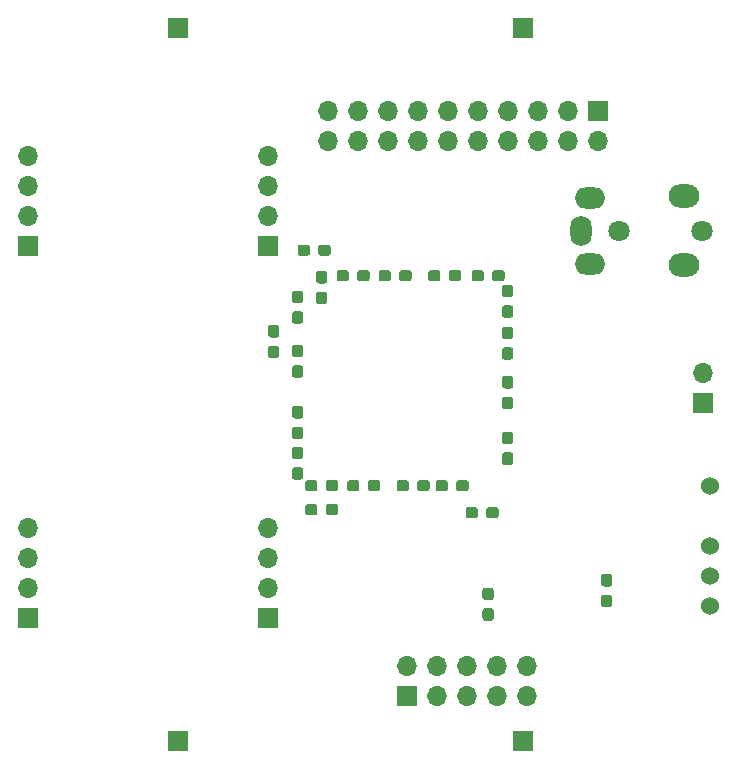
<source format=gbr>
G04 #@! TF.GenerationSoftware,KiCad,Pcbnew,(5.0.0)*
G04 #@! TF.CreationDate,2020-01-20T20:48:10+01:00*
G04 #@! TF.ProjectId,rfreplacement,72667265706C6163656D656E742E6B69,Rev. 3 VGP*
G04 #@! TF.SameCoordinates,Original*
G04 #@! TF.FileFunction,Soldermask,Bot*
G04 #@! TF.FilePolarity,Negative*
%FSLAX46Y46*%
G04 Gerber Fmt 4.6, Leading zero omitted, Abs format (unit mm)*
G04 Created by KiCad (PCBNEW (5.0.0)) date 01/20/20 20:48:10*
%MOMM*%
%LPD*%
G01*
G04 APERTURE LIST*
%ADD10C,0.100000*%
%ADD11C,0.950000*%
%ADD12R,1.700000X1.700000*%
%ADD13O,1.700000X1.700000*%
%ADD14C,1.800000*%
%ADD15O,1.800000X2.600000*%
%ADD16O,2.600000X1.800000*%
%ADD17O,2.600000X2.000000*%
%ADD18C,1.524000*%
G04 APERTURE END LIST*
D10*
G04 #@! TO.C,C6*
G36*
X144659779Y-100074144D02*
X144682834Y-100077563D01*
X144705443Y-100083227D01*
X144727387Y-100091079D01*
X144748457Y-100101044D01*
X144768448Y-100113026D01*
X144787168Y-100126910D01*
X144804438Y-100142562D01*
X144820090Y-100159832D01*
X144833974Y-100178552D01*
X144845956Y-100198543D01*
X144855921Y-100219613D01*
X144863773Y-100241557D01*
X144869437Y-100264166D01*
X144872856Y-100287221D01*
X144874000Y-100310500D01*
X144874000Y-100885500D01*
X144872856Y-100908779D01*
X144869437Y-100931834D01*
X144863773Y-100954443D01*
X144855921Y-100976387D01*
X144845956Y-100997457D01*
X144833974Y-101017448D01*
X144820090Y-101036168D01*
X144804438Y-101053438D01*
X144787168Y-101069090D01*
X144768448Y-101082974D01*
X144748457Y-101094956D01*
X144727387Y-101104921D01*
X144705443Y-101112773D01*
X144682834Y-101118437D01*
X144659779Y-101121856D01*
X144636500Y-101123000D01*
X144161500Y-101123000D01*
X144138221Y-101121856D01*
X144115166Y-101118437D01*
X144092557Y-101112773D01*
X144070613Y-101104921D01*
X144049543Y-101094956D01*
X144029552Y-101082974D01*
X144010832Y-101069090D01*
X143993562Y-101053438D01*
X143977910Y-101036168D01*
X143964026Y-101017448D01*
X143952044Y-100997457D01*
X143942079Y-100976387D01*
X143934227Y-100954443D01*
X143928563Y-100931834D01*
X143925144Y-100908779D01*
X143924000Y-100885500D01*
X143924000Y-100310500D01*
X143925144Y-100287221D01*
X143928563Y-100264166D01*
X143934227Y-100241557D01*
X143942079Y-100219613D01*
X143952044Y-100198543D01*
X143964026Y-100178552D01*
X143977910Y-100159832D01*
X143993562Y-100142562D01*
X144010832Y-100126910D01*
X144029552Y-100113026D01*
X144049543Y-100101044D01*
X144070613Y-100091079D01*
X144092557Y-100083227D01*
X144115166Y-100077563D01*
X144138221Y-100074144D01*
X144161500Y-100073000D01*
X144636500Y-100073000D01*
X144659779Y-100074144D01*
X144659779Y-100074144D01*
G37*
D11*
X144399000Y-100598000D03*
D10*
G36*
X144659779Y-101824144D02*
X144682834Y-101827563D01*
X144705443Y-101833227D01*
X144727387Y-101841079D01*
X144748457Y-101851044D01*
X144768448Y-101863026D01*
X144787168Y-101876910D01*
X144804438Y-101892562D01*
X144820090Y-101909832D01*
X144833974Y-101928552D01*
X144845956Y-101948543D01*
X144855921Y-101969613D01*
X144863773Y-101991557D01*
X144869437Y-102014166D01*
X144872856Y-102037221D01*
X144874000Y-102060500D01*
X144874000Y-102635500D01*
X144872856Y-102658779D01*
X144869437Y-102681834D01*
X144863773Y-102704443D01*
X144855921Y-102726387D01*
X144845956Y-102747457D01*
X144833974Y-102767448D01*
X144820090Y-102786168D01*
X144804438Y-102803438D01*
X144787168Y-102819090D01*
X144768448Y-102832974D01*
X144748457Y-102844956D01*
X144727387Y-102854921D01*
X144705443Y-102862773D01*
X144682834Y-102868437D01*
X144659779Y-102871856D01*
X144636500Y-102873000D01*
X144161500Y-102873000D01*
X144138221Y-102871856D01*
X144115166Y-102868437D01*
X144092557Y-102862773D01*
X144070613Y-102854921D01*
X144049543Y-102844956D01*
X144029552Y-102832974D01*
X144010832Y-102819090D01*
X143993562Y-102803438D01*
X143977910Y-102786168D01*
X143964026Y-102767448D01*
X143952044Y-102747457D01*
X143942079Y-102726387D01*
X143934227Y-102704443D01*
X143928563Y-102681834D01*
X143925144Y-102658779D01*
X143924000Y-102635500D01*
X143924000Y-102060500D01*
X143925144Y-102037221D01*
X143928563Y-102014166D01*
X143934227Y-101991557D01*
X143942079Y-101969613D01*
X143952044Y-101948543D01*
X143964026Y-101928552D01*
X143977910Y-101909832D01*
X143993562Y-101892562D01*
X144010832Y-101876910D01*
X144029552Y-101863026D01*
X144049543Y-101851044D01*
X144070613Y-101841079D01*
X144092557Y-101833227D01*
X144115166Y-101827563D01*
X144138221Y-101824144D01*
X144161500Y-101823000D01*
X144636500Y-101823000D01*
X144659779Y-101824144D01*
X144659779Y-101824144D01*
G37*
D11*
X144399000Y-102348000D03*
G04 #@! TD*
D10*
G04 #@! TO.C,C11*
G36*
X128530779Y-76678144D02*
X128553834Y-76681563D01*
X128576443Y-76687227D01*
X128598387Y-76695079D01*
X128619457Y-76705044D01*
X128639448Y-76717026D01*
X128658168Y-76730910D01*
X128675438Y-76746562D01*
X128691090Y-76763832D01*
X128704974Y-76782552D01*
X128716956Y-76802543D01*
X128726921Y-76823613D01*
X128734773Y-76845557D01*
X128740437Y-76868166D01*
X128743856Y-76891221D01*
X128745000Y-76914500D01*
X128745000Y-77489500D01*
X128743856Y-77512779D01*
X128740437Y-77535834D01*
X128734773Y-77558443D01*
X128726921Y-77580387D01*
X128716956Y-77601457D01*
X128704974Y-77621448D01*
X128691090Y-77640168D01*
X128675438Y-77657438D01*
X128658168Y-77673090D01*
X128639448Y-77686974D01*
X128619457Y-77698956D01*
X128598387Y-77708921D01*
X128576443Y-77716773D01*
X128553834Y-77722437D01*
X128530779Y-77725856D01*
X128507500Y-77727000D01*
X128032500Y-77727000D01*
X128009221Y-77725856D01*
X127986166Y-77722437D01*
X127963557Y-77716773D01*
X127941613Y-77708921D01*
X127920543Y-77698956D01*
X127900552Y-77686974D01*
X127881832Y-77673090D01*
X127864562Y-77657438D01*
X127848910Y-77640168D01*
X127835026Y-77621448D01*
X127823044Y-77601457D01*
X127813079Y-77580387D01*
X127805227Y-77558443D01*
X127799563Y-77535834D01*
X127796144Y-77512779D01*
X127795000Y-77489500D01*
X127795000Y-76914500D01*
X127796144Y-76891221D01*
X127799563Y-76868166D01*
X127805227Y-76845557D01*
X127813079Y-76823613D01*
X127823044Y-76802543D01*
X127835026Y-76782552D01*
X127848910Y-76763832D01*
X127864562Y-76746562D01*
X127881832Y-76730910D01*
X127900552Y-76717026D01*
X127920543Y-76705044D01*
X127941613Y-76695079D01*
X127963557Y-76687227D01*
X127986166Y-76681563D01*
X128009221Y-76678144D01*
X128032500Y-76677000D01*
X128507500Y-76677000D01*
X128530779Y-76678144D01*
X128530779Y-76678144D01*
G37*
D11*
X128270000Y-77202000D03*
D10*
G36*
X128530779Y-74928144D02*
X128553834Y-74931563D01*
X128576443Y-74937227D01*
X128598387Y-74945079D01*
X128619457Y-74955044D01*
X128639448Y-74967026D01*
X128658168Y-74980910D01*
X128675438Y-74996562D01*
X128691090Y-75013832D01*
X128704974Y-75032552D01*
X128716956Y-75052543D01*
X128726921Y-75073613D01*
X128734773Y-75095557D01*
X128740437Y-75118166D01*
X128743856Y-75141221D01*
X128745000Y-75164500D01*
X128745000Y-75739500D01*
X128743856Y-75762779D01*
X128740437Y-75785834D01*
X128734773Y-75808443D01*
X128726921Y-75830387D01*
X128716956Y-75851457D01*
X128704974Y-75871448D01*
X128691090Y-75890168D01*
X128675438Y-75907438D01*
X128658168Y-75923090D01*
X128639448Y-75936974D01*
X128619457Y-75948956D01*
X128598387Y-75958921D01*
X128576443Y-75966773D01*
X128553834Y-75972437D01*
X128530779Y-75975856D01*
X128507500Y-75977000D01*
X128032500Y-75977000D01*
X128009221Y-75975856D01*
X127986166Y-75972437D01*
X127963557Y-75966773D01*
X127941613Y-75958921D01*
X127920543Y-75948956D01*
X127900552Y-75936974D01*
X127881832Y-75923090D01*
X127864562Y-75907438D01*
X127848910Y-75890168D01*
X127835026Y-75871448D01*
X127823044Y-75851457D01*
X127813079Y-75830387D01*
X127805227Y-75808443D01*
X127799563Y-75785834D01*
X127796144Y-75762779D01*
X127795000Y-75739500D01*
X127795000Y-75164500D01*
X127796144Y-75141221D01*
X127799563Y-75118166D01*
X127805227Y-75095557D01*
X127813079Y-75073613D01*
X127823044Y-75052543D01*
X127835026Y-75032552D01*
X127848910Y-75013832D01*
X127864562Y-74996562D01*
X127881832Y-74980910D01*
X127900552Y-74967026D01*
X127920543Y-74955044D01*
X127941613Y-74945079D01*
X127963557Y-74937227D01*
X127986166Y-74931563D01*
X128009221Y-74928144D01*
X128032500Y-74927000D01*
X128507500Y-74927000D01*
X128530779Y-74928144D01*
X128530779Y-74928144D01*
G37*
D11*
X128270000Y-75452000D03*
G04 #@! TD*
D10*
G04 #@! TO.C,C7*
G36*
X154692779Y-100681144D02*
X154715834Y-100684563D01*
X154738443Y-100690227D01*
X154760387Y-100698079D01*
X154781457Y-100708044D01*
X154801448Y-100720026D01*
X154820168Y-100733910D01*
X154837438Y-100749562D01*
X154853090Y-100766832D01*
X154866974Y-100785552D01*
X154878956Y-100805543D01*
X154888921Y-100826613D01*
X154896773Y-100848557D01*
X154902437Y-100871166D01*
X154905856Y-100894221D01*
X154907000Y-100917500D01*
X154907000Y-101492500D01*
X154905856Y-101515779D01*
X154902437Y-101538834D01*
X154896773Y-101561443D01*
X154888921Y-101583387D01*
X154878956Y-101604457D01*
X154866974Y-101624448D01*
X154853090Y-101643168D01*
X154837438Y-101660438D01*
X154820168Y-101676090D01*
X154801448Y-101689974D01*
X154781457Y-101701956D01*
X154760387Y-101711921D01*
X154738443Y-101719773D01*
X154715834Y-101725437D01*
X154692779Y-101728856D01*
X154669500Y-101730000D01*
X154194500Y-101730000D01*
X154171221Y-101728856D01*
X154148166Y-101725437D01*
X154125557Y-101719773D01*
X154103613Y-101711921D01*
X154082543Y-101701956D01*
X154062552Y-101689974D01*
X154043832Y-101676090D01*
X154026562Y-101660438D01*
X154010910Y-101643168D01*
X153997026Y-101624448D01*
X153985044Y-101604457D01*
X153975079Y-101583387D01*
X153967227Y-101561443D01*
X153961563Y-101538834D01*
X153958144Y-101515779D01*
X153957000Y-101492500D01*
X153957000Y-100917500D01*
X153958144Y-100894221D01*
X153961563Y-100871166D01*
X153967227Y-100848557D01*
X153975079Y-100826613D01*
X153985044Y-100805543D01*
X153997026Y-100785552D01*
X154010910Y-100766832D01*
X154026562Y-100749562D01*
X154043832Y-100733910D01*
X154062552Y-100720026D01*
X154082543Y-100708044D01*
X154103613Y-100698079D01*
X154125557Y-100690227D01*
X154148166Y-100684563D01*
X154171221Y-100681144D01*
X154194500Y-100680000D01*
X154669500Y-100680000D01*
X154692779Y-100681144D01*
X154692779Y-100681144D01*
G37*
D11*
X154432000Y-101205000D03*
D10*
G36*
X154692779Y-98931144D02*
X154715834Y-98934563D01*
X154738443Y-98940227D01*
X154760387Y-98948079D01*
X154781457Y-98958044D01*
X154801448Y-98970026D01*
X154820168Y-98983910D01*
X154837438Y-98999562D01*
X154853090Y-99016832D01*
X154866974Y-99035552D01*
X154878956Y-99055543D01*
X154888921Y-99076613D01*
X154896773Y-99098557D01*
X154902437Y-99121166D01*
X154905856Y-99144221D01*
X154907000Y-99167500D01*
X154907000Y-99742500D01*
X154905856Y-99765779D01*
X154902437Y-99788834D01*
X154896773Y-99811443D01*
X154888921Y-99833387D01*
X154878956Y-99854457D01*
X154866974Y-99874448D01*
X154853090Y-99893168D01*
X154837438Y-99910438D01*
X154820168Y-99926090D01*
X154801448Y-99939974D01*
X154781457Y-99951956D01*
X154760387Y-99961921D01*
X154738443Y-99969773D01*
X154715834Y-99975437D01*
X154692779Y-99978856D01*
X154669500Y-99980000D01*
X154194500Y-99980000D01*
X154171221Y-99978856D01*
X154148166Y-99975437D01*
X154125557Y-99969773D01*
X154103613Y-99961921D01*
X154082543Y-99951956D01*
X154062552Y-99939974D01*
X154043832Y-99926090D01*
X154026562Y-99910438D01*
X154010910Y-99893168D01*
X153997026Y-99874448D01*
X153985044Y-99854457D01*
X153975079Y-99833387D01*
X153967227Y-99811443D01*
X153961563Y-99788834D01*
X153958144Y-99765779D01*
X153957000Y-99742500D01*
X153957000Y-99167500D01*
X153958144Y-99144221D01*
X153961563Y-99121166D01*
X153967227Y-99098557D01*
X153975079Y-99076613D01*
X153985044Y-99055543D01*
X153997026Y-99035552D01*
X154010910Y-99016832D01*
X154026562Y-98999562D01*
X154043832Y-98983910D01*
X154062552Y-98970026D01*
X154082543Y-98958044D01*
X154103613Y-98948079D01*
X154125557Y-98940227D01*
X154148166Y-98934563D01*
X154171221Y-98931144D01*
X154194500Y-98930000D01*
X154669500Y-98930000D01*
X154692779Y-98931144D01*
X154692779Y-98931144D01*
G37*
D11*
X154432000Y-99455000D03*
G04 #@! TD*
D12*
G04 #@! TO.C,GPIO1*
X153670000Y-59690000D03*
D13*
X153670000Y-62230000D03*
X151130000Y-59690000D03*
X151130000Y-62230000D03*
X148590000Y-59690000D03*
X148590000Y-62230000D03*
X146050000Y-59690000D03*
X146050000Y-62230000D03*
X143510000Y-59690000D03*
X143510000Y-62230000D03*
X140970000Y-59690000D03*
X140970000Y-62230000D03*
X138430000Y-59690000D03*
X138430000Y-62230000D03*
X135890000Y-59690000D03*
X135890000Y-62230000D03*
X133350000Y-59690000D03*
X133350000Y-62230000D03*
X130810000Y-59690000D03*
X130810000Y-62230000D03*
G04 #@! TD*
D10*
G04 #@! TO.C,C14*
G36*
X139234779Y-90966144D02*
X139257834Y-90969563D01*
X139280443Y-90975227D01*
X139302387Y-90983079D01*
X139323457Y-90993044D01*
X139343448Y-91005026D01*
X139362168Y-91018910D01*
X139379438Y-91034562D01*
X139395090Y-91051832D01*
X139408974Y-91070552D01*
X139420956Y-91090543D01*
X139430921Y-91111613D01*
X139438773Y-91133557D01*
X139444437Y-91156166D01*
X139447856Y-91179221D01*
X139449000Y-91202500D01*
X139449000Y-91677500D01*
X139447856Y-91700779D01*
X139444437Y-91723834D01*
X139438773Y-91746443D01*
X139430921Y-91768387D01*
X139420956Y-91789457D01*
X139408974Y-91809448D01*
X139395090Y-91828168D01*
X139379438Y-91845438D01*
X139362168Y-91861090D01*
X139343448Y-91874974D01*
X139323457Y-91886956D01*
X139302387Y-91896921D01*
X139280443Y-91904773D01*
X139257834Y-91910437D01*
X139234779Y-91913856D01*
X139211500Y-91915000D01*
X138636500Y-91915000D01*
X138613221Y-91913856D01*
X138590166Y-91910437D01*
X138567557Y-91904773D01*
X138545613Y-91896921D01*
X138524543Y-91886956D01*
X138504552Y-91874974D01*
X138485832Y-91861090D01*
X138468562Y-91845438D01*
X138452910Y-91828168D01*
X138439026Y-91809448D01*
X138427044Y-91789457D01*
X138417079Y-91768387D01*
X138409227Y-91746443D01*
X138403563Y-91723834D01*
X138400144Y-91700779D01*
X138399000Y-91677500D01*
X138399000Y-91202500D01*
X138400144Y-91179221D01*
X138403563Y-91156166D01*
X138409227Y-91133557D01*
X138417079Y-91111613D01*
X138427044Y-91090543D01*
X138439026Y-91070552D01*
X138452910Y-91051832D01*
X138468562Y-91034562D01*
X138485832Y-91018910D01*
X138504552Y-91005026D01*
X138524543Y-90993044D01*
X138545613Y-90983079D01*
X138567557Y-90975227D01*
X138590166Y-90969563D01*
X138613221Y-90966144D01*
X138636500Y-90965000D01*
X139211500Y-90965000D01*
X139234779Y-90966144D01*
X139234779Y-90966144D01*
G37*
D11*
X138924000Y-91440000D03*
D10*
G36*
X137484779Y-90966144D02*
X137507834Y-90969563D01*
X137530443Y-90975227D01*
X137552387Y-90983079D01*
X137573457Y-90993044D01*
X137593448Y-91005026D01*
X137612168Y-91018910D01*
X137629438Y-91034562D01*
X137645090Y-91051832D01*
X137658974Y-91070552D01*
X137670956Y-91090543D01*
X137680921Y-91111613D01*
X137688773Y-91133557D01*
X137694437Y-91156166D01*
X137697856Y-91179221D01*
X137699000Y-91202500D01*
X137699000Y-91677500D01*
X137697856Y-91700779D01*
X137694437Y-91723834D01*
X137688773Y-91746443D01*
X137680921Y-91768387D01*
X137670956Y-91789457D01*
X137658974Y-91809448D01*
X137645090Y-91828168D01*
X137629438Y-91845438D01*
X137612168Y-91861090D01*
X137593448Y-91874974D01*
X137573457Y-91886956D01*
X137552387Y-91896921D01*
X137530443Y-91904773D01*
X137507834Y-91910437D01*
X137484779Y-91913856D01*
X137461500Y-91915000D01*
X136886500Y-91915000D01*
X136863221Y-91913856D01*
X136840166Y-91910437D01*
X136817557Y-91904773D01*
X136795613Y-91896921D01*
X136774543Y-91886956D01*
X136754552Y-91874974D01*
X136735832Y-91861090D01*
X136718562Y-91845438D01*
X136702910Y-91828168D01*
X136689026Y-91809448D01*
X136677044Y-91789457D01*
X136667079Y-91768387D01*
X136659227Y-91746443D01*
X136653563Y-91723834D01*
X136650144Y-91700779D01*
X136649000Y-91677500D01*
X136649000Y-91202500D01*
X136650144Y-91179221D01*
X136653563Y-91156166D01*
X136659227Y-91133557D01*
X136667079Y-91111613D01*
X136677044Y-91090543D01*
X136689026Y-91070552D01*
X136702910Y-91051832D01*
X136718562Y-91034562D01*
X136735832Y-91018910D01*
X136754552Y-91005026D01*
X136774543Y-90993044D01*
X136795613Y-90983079D01*
X136817557Y-90975227D01*
X136840166Y-90969563D01*
X136863221Y-90966144D01*
X136886500Y-90965000D01*
X137461500Y-90965000D01*
X137484779Y-90966144D01*
X137484779Y-90966144D01*
G37*
D11*
X137174000Y-91440000D03*
G04 #@! TD*
D10*
G04 #@! TO.C,C24*
G36*
X126498779Y-79599144D02*
X126521834Y-79602563D01*
X126544443Y-79608227D01*
X126566387Y-79616079D01*
X126587457Y-79626044D01*
X126607448Y-79638026D01*
X126626168Y-79651910D01*
X126643438Y-79667562D01*
X126659090Y-79684832D01*
X126672974Y-79703552D01*
X126684956Y-79723543D01*
X126694921Y-79744613D01*
X126702773Y-79766557D01*
X126708437Y-79789166D01*
X126711856Y-79812221D01*
X126713000Y-79835500D01*
X126713000Y-80410500D01*
X126711856Y-80433779D01*
X126708437Y-80456834D01*
X126702773Y-80479443D01*
X126694921Y-80501387D01*
X126684956Y-80522457D01*
X126672974Y-80542448D01*
X126659090Y-80561168D01*
X126643438Y-80578438D01*
X126626168Y-80594090D01*
X126607448Y-80607974D01*
X126587457Y-80619956D01*
X126566387Y-80629921D01*
X126544443Y-80637773D01*
X126521834Y-80643437D01*
X126498779Y-80646856D01*
X126475500Y-80648000D01*
X126000500Y-80648000D01*
X125977221Y-80646856D01*
X125954166Y-80643437D01*
X125931557Y-80637773D01*
X125909613Y-80629921D01*
X125888543Y-80619956D01*
X125868552Y-80607974D01*
X125849832Y-80594090D01*
X125832562Y-80578438D01*
X125816910Y-80561168D01*
X125803026Y-80542448D01*
X125791044Y-80522457D01*
X125781079Y-80501387D01*
X125773227Y-80479443D01*
X125767563Y-80456834D01*
X125764144Y-80433779D01*
X125763000Y-80410500D01*
X125763000Y-79835500D01*
X125764144Y-79812221D01*
X125767563Y-79789166D01*
X125773227Y-79766557D01*
X125781079Y-79744613D01*
X125791044Y-79723543D01*
X125803026Y-79703552D01*
X125816910Y-79684832D01*
X125832562Y-79667562D01*
X125849832Y-79651910D01*
X125868552Y-79638026D01*
X125888543Y-79626044D01*
X125909613Y-79616079D01*
X125931557Y-79608227D01*
X125954166Y-79602563D01*
X125977221Y-79599144D01*
X126000500Y-79598000D01*
X126475500Y-79598000D01*
X126498779Y-79599144D01*
X126498779Y-79599144D01*
G37*
D11*
X126238000Y-80123000D03*
D10*
G36*
X126498779Y-77849144D02*
X126521834Y-77852563D01*
X126544443Y-77858227D01*
X126566387Y-77866079D01*
X126587457Y-77876044D01*
X126607448Y-77888026D01*
X126626168Y-77901910D01*
X126643438Y-77917562D01*
X126659090Y-77934832D01*
X126672974Y-77953552D01*
X126684956Y-77973543D01*
X126694921Y-77994613D01*
X126702773Y-78016557D01*
X126708437Y-78039166D01*
X126711856Y-78062221D01*
X126713000Y-78085500D01*
X126713000Y-78660500D01*
X126711856Y-78683779D01*
X126708437Y-78706834D01*
X126702773Y-78729443D01*
X126694921Y-78751387D01*
X126684956Y-78772457D01*
X126672974Y-78792448D01*
X126659090Y-78811168D01*
X126643438Y-78828438D01*
X126626168Y-78844090D01*
X126607448Y-78857974D01*
X126587457Y-78869956D01*
X126566387Y-78879921D01*
X126544443Y-78887773D01*
X126521834Y-78893437D01*
X126498779Y-78896856D01*
X126475500Y-78898000D01*
X126000500Y-78898000D01*
X125977221Y-78896856D01*
X125954166Y-78893437D01*
X125931557Y-78887773D01*
X125909613Y-78879921D01*
X125888543Y-78869956D01*
X125868552Y-78857974D01*
X125849832Y-78844090D01*
X125832562Y-78828438D01*
X125816910Y-78811168D01*
X125803026Y-78792448D01*
X125791044Y-78772457D01*
X125781079Y-78751387D01*
X125773227Y-78729443D01*
X125767563Y-78706834D01*
X125764144Y-78683779D01*
X125763000Y-78660500D01*
X125763000Y-78085500D01*
X125764144Y-78062221D01*
X125767563Y-78039166D01*
X125773227Y-78016557D01*
X125781079Y-77994613D01*
X125791044Y-77973543D01*
X125803026Y-77953552D01*
X125816910Y-77934832D01*
X125832562Y-77917562D01*
X125849832Y-77901910D01*
X125868552Y-77888026D01*
X125888543Y-77876044D01*
X125909613Y-77866079D01*
X125931557Y-77858227D01*
X125954166Y-77852563D01*
X125977221Y-77849144D01*
X126000500Y-77848000D01*
X126475500Y-77848000D01*
X126498779Y-77849144D01*
X126498779Y-77849144D01*
G37*
D11*
X126238000Y-78373000D03*
G04 #@! TD*
D10*
G04 #@! TO.C,C25*
G36*
X146310779Y-82167144D02*
X146333834Y-82170563D01*
X146356443Y-82176227D01*
X146378387Y-82184079D01*
X146399457Y-82194044D01*
X146419448Y-82206026D01*
X146438168Y-82219910D01*
X146455438Y-82235562D01*
X146471090Y-82252832D01*
X146484974Y-82271552D01*
X146496956Y-82291543D01*
X146506921Y-82312613D01*
X146514773Y-82334557D01*
X146520437Y-82357166D01*
X146523856Y-82380221D01*
X146525000Y-82403500D01*
X146525000Y-82978500D01*
X146523856Y-83001779D01*
X146520437Y-83024834D01*
X146514773Y-83047443D01*
X146506921Y-83069387D01*
X146496956Y-83090457D01*
X146484974Y-83110448D01*
X146471090Y-83129168D01*
X146455438Y-83146438D01*
X146438168Y-83162090D01*
X146419448Y-83175974D01*
X146399457Y-83187956D01*
X146378387Y-83197921D01*
X146356443Y-83205773D01*
X146333834Y-83211437D01*
X146310779Y-83214856D01*
X146287500Y-83216000D01*
X145812500Y-83216000D01*
X145789221Y-83214856D01*
X145766166Y-83211437D01*
X145743557Y-83205773D01*
X145721613Y-83197921D01*
X145700543Y-83187956D01*
X145680552Y-83175974D01*
X145661832Y-83162090D01*
X145644562Y-83146438D01*
X145628910Y-83129168D01*
X145615026Y-83110448D01*
X145603044Y-83090457D01*
X145593079Y-83069387D01*
X145585227Y-83047443D01*
X145579563Y-83024834D01*
X145576144Y-83001779D01*
X145575000Y-82978500D01*
X145575000Y-82403500D01*
X145576144Y-82380221D01*
X145579563Y-82357166D01*
X145585227Y-82334557D01*
X145593079Y-82312613D01*
X145603044Y-82291543D01*
X145615026Y-82271552D01*
X145628910Y-82252832D01*
X145644562Y-82235562D01*
X145661832Y-82219910D01*
X145680552Y-82206026D01*
X145700543Y-82194044D01*
X145721613Y-82184079D01*
X145743557Y-82176227D01*
X145766166Y-82170563D01*
X145789221Y-82167144D01*
X145812500Y-82166000D01*
X146287500Y-82166000D01*
X146310779Y-82167144D01*
X146310779Y-82167144D01*
G37*
D11*
X146050000Y-82691000D03*
D10*
G36*
X146310779Y-83917144D02*
X146333834Y-83920563D01*
X146356443Y-83926227D01*
X146378387Y-83934079D01*
X146399457Y-83944044D01*
X146419448Y-83956026D01*
X146438168Y-83969910D01*
X146455438Y-83985562D01*
X146471090Y-84002832D01*
X146484974Y-84021552D01*
X146496956Y-84041543D01*
X146506921Y-84062613D01*
X146514773Y-84084557D01*
X146520437Y-84107166D01*
X146523856Y-84130221D01*
X146525000Y-84153500D01*
X146525000Y-84728500D01*
X146523856Y-84751779D01*
X146520437Y-84774834D01*
X146514773Y-84797443D01*
X146506921Y-84819387D01*
X146496956Y-84840457D01*
X146484974Y-84860448D01*
X146471090Y-84879168D01*
X146455438Y-84896438D01*
X146438168Y-84912090D01*
X146419448Y-84925974D01*
X146399457Y-84937956D01*
X146378387Y-84947921D01*
X146356443Y-84955773D01*
X146333834Y-84961437D01*
X146310779Y-84964856D01*
X146287500Y-84966000D01*
X145812500Y-84966000D01*
X145789221Y-84964856D01*
X145766166Y-84961437D01*
X145743557Y-84955773D01*
X145721613Y-84947921D01*
X145700543Y-84937956D01*
X145680552Y-84925974D01*
X145661832Y-84912090D01*
X145644562Y-84896438D01*
X145628910Y-84879168D01*
X145615026Y-84860448D01*
X145603044Y-84840457D01*
X145593079Y-84819387D01*
X145585227Y-84797443D01*
X145579563Y-84774834D01*
X145576144Y-84751779D01*
X145575000Y-84728500D01*
X145575000Y-84153500D01*
X145576144Y-84130221D01*
X145579563Y-84107166D01*
X145585227Y-84084557D01*
X145593079Y-84062613D01*
X145603044Y-84041543D01*
X145615026Y-84021552D01*
X145628910Y-84002832D01*
X145644562Y-83985562D01*
X145661832Y-83969910D01*
X145680552Y-83956026D01*
X145700543Y-83944044D01*
X145721613Y-83934079D01*
X145743557Y-83926227D01*
X145766166Y-83920563D01*
X145789221Y-83917144D01*
X145812500Y-83916000D01*
X146287500Y-83916000D01*
X146310779Y-83917144D01*
X146310779Y-83917144D01*
G37*
D11*
X146050000Y-84441000D03*
G04 #@! TD*
D10*
G04 #@! TO.C,C12*
G36*
X145584779Y-73186144D02*
X145607834Y-73189563D01*
X145630443Y-73195227D01*
X145652387Y-73203079D01*
X145673457Y-73213044D01*
X145693448Y-73225026D01*
X145712168Y-73238910D01*
X145729438Y-73254562D01*
X145745090Y-73271832D01*
X145758974Y-73290552D01*
X145770956Y-73310543D01*
X145780921Y-73331613D01*
X145788773Y-73353557D01*
X145794437Y-73376166D01*
X145797856Y-73399221D01*
X145799000Y-73422500D01*
X145799000Y-73897500D01*
X145797856Y-73920779D01*
X145794437Y-73943834D01*
X145788773Y-73966443D01*
X145780921Y-73988387D01*
X145770956Y-74009457D01*
X145758974Y-74029448D01*
X145745090Y-74048168D01*
X145729438Y-74065438D01*
X145712168Y-74081090D01*
X145693448Y-74094974D01*
X145673457Y-74106956D01*
X145652387Y-74116921D01*
X145630443Y-74124773D01*
X145607834Y-74130437D01*
X145584779Y-74133856D01*
X145561500Y-74135000D01*
X144986500Y-74135000D01*
X144963221Y-74133856D01*
X144940166Y-74130437D01*
X144917557Y-74124773D01*
X144895613Y-74116921D01*
X144874543Y-74106956D01*
X144854552Y-74094974D01*
X144835832Y-74081090D01*
X144818562Y-74065438D01*
X144802910Y-74048168D01*
X144789026Y-74029448D01*
X144777044Y-74009457D01*
X144767079Y-73988387D01*
X144759227Y-73966443D01*
X144753563Y-73943834D01*
X144750144Y-73920779D01*
X144749000Y-73897500D01*
X144749000Y-73422500D01*
X144750144Y-73399221D01*
X144753563Y-73376166D01*
X144759227Y-73353557D01*
X144767079Y-73331613D01*
X144777044Y-73310543D01*
X144789026Y-73290552D01*
X144802910Y-73271832D01*
X144818562Y-73254562D01*
X144835832Y-73238910D01*
X144854552Y-73225026D01*
X144874543Y-73213044D01*
X144895613Y-73203079D01*
X144917557Y-73195227D01*
X144940166Y-73189563D01*
X144963221Y-73186144D01*
X144986500Y-73185000D01*
X145561500Y-73185000D01*
X145584779Y-73186144D01*
X145584779Y-73186144D01*
G37*
D11*
X145274000Y-73660000D03*
D10*
G36*
X143834779Y-73186144D02*
X143857834Y-73189563D01*
X143880443Y-73195227D01*
X143902387Y-73203079D01*
X143923457Y-73213044D01*
X143943448Y-73225026D01*
X143962168Y-73238910D01*
X143979438Y-73254562D01*
X143995090Y-73271832D01*
X144008974Y-73290552D01*
X144020956Y-73310543D01*
X144030921Y-73331613D01*
X144038773Y-73353557D01*
X144044437Y-73376166D01*
X144047856Y-73399221D01*
X144049000Y-73422500D01*
X144049000Y-73897500D01*
X144047856Y-73920779D01*
X144044437Y-73943834D01*
X144038773Y-73966443D01*
X144030921Y-73988387D01*
X144020956Y-74009457D01*
X144008974Y-74029448D01*
X143995090Y-74048168D01*
X143979438Y-74065438D01*
X143962168Y-74081090D01*
X143943448Y-74094974D01*
X143923457Y-74106956D01*
X143902387Y-74116921D01*
X143880443Y-74124773D01*
X143857834Y-74130437D01*
X143834779Y-74133856D01*
X143811500Y-74135000D01*
X143236500Y-74135000D01*
X143213221Y-74133856D01*
X143190166Y-74130437D01*
X143167557Y-74124773D01*
X143145613Y-74116921D01*
X143124543Y-74106956D01*
X143104552Y-74094974D01*
X143085832Y-74081090D01*
X143068562Y-74065438D01*
X143052910Y-74048168D01*
X143039026Y-74029448D01*
X143027044Y-74009457D01*
X143017079Y-73988387D01*
X143009227Y-73966443D01*
X143003563Y-73943834D01*
X143000144Y-73920779D01*
X142999000Y-73897500D01*
X142999000Y-73422500D01*
X143000144Y-73399221D01*
X143003563Y-73376166D01*
X143009227Y-73353557D01*
X143017079Y-73331613D01*
X143027044Y-73310543D01*
X143039026Y-73290552D01*
X143052910Y-73271832D01*
X143068562Y-73254562D01*
X143085832Y-73238910D01*
X143104552Y-73225026D01*
X143124543Y-73213044D01*
X143145613Y-73203079D01*
X143167557Y-73195227D01*
X143190166Y-73189563D01*
X143213221Y-73186144D01*
X143236500Y-73185000D01*
X143811500Y-73185000D01*
X143834779Y-73186144D01*
X143834779Y-73186144D01*
G37*
D11*
X143524000Y-73660000D03*
G04 #@! TD*
D10*
G04 #@! TO.C,C20*
G36*
X129737779Y-92998144D02*
X129760834Y-93001563D01*
X129783443Y-93007227D01*
X129805387Y-93015079D01*
X129826457Y-93025044D01*
X129846448Y-93037026D01*
X129865168Y-93050910D01*
X129882438Y-93066562D01*
X129898090Y-93083832D01*
X129911974Y-93102552D01*
X129923956Y-93122543D01*
X129933921Y-93143613D01*
X129941773Y-93165557D01*
X129947437Y-93188166D01*
X129950856Y-93211221D01*
X129952000Y-93234500D01*
X129952000Y-93709500D01*
X129950856Y-93732779D01*
X129947437Y-93755834D01*
X129941773Y-93778443D01*
X129933921Y-93800387D01*
X129923956Y-93821457D01*
X129911974Y-93841448D01*
X129898090Y-93860168D01*
X129882438Y-93877438D01*
X129865168Y-93893090D01*
X129846448Y-93906974D01*
X129826457Y-93918956D01*
X129805387Y-93928921D01*
X129783443Y-93936773D01*
X129760834Y-93942437D01*
X129737779Y-93945856D01*
X129714500Y-93947000D01*
X129139500Y-93947000D01*
X129116221Y-93945856D01*
X129093166Y-93942437D01*
X129070557Y-93936773D01*
X129048613Y-93928921D01*
X129027543Y-93918956D01*
X129007552Y-93906974D01*
X128988832Y-93893090D01*
X128971562Y-93877438D01*
X128955910Y-93860168D01*
X128942026Y-93841448D01*
X128930044Y-93821457D01*
X128920079Y-93800387D01*
X128912227Y-93778443D01*
X128906563Y-93755834D01*
X128903144Y-93732779D01*
X128902000Y-93709500D01*
X128902000Y-93234500D01*
X128903144Y-93211221D01*
X128906563Y-93188166D01*
X128912227Y-93165557D01*
X128920079Y-93143613D01*
X128930044Y-93122543D01*
X128942026Y-93102552D01*
X128955910Y-93083832D01*
X128971562Y-93066562D01*
X128988832Y-93050910D01*
X129007552Y-93037026D01*
X129027543Y-93025044D01*
X129048613Y-93015079D01*
X129070557Y-93007227D01*
X129093166Y-93001563D01*
X129116221Y-92998144D01*
X129139500Y-92997000D01*
X129714500Y-92997000D01*
X129737779Y-92998144D01*
X129737779Y-92998144D01*
G37*
D11*
X129427000Y-93472000D03*
D10*
G36*
X131487779Y-92998144D02*
X131510834Y-93001563D01*
X131533443Y-93007227D01*
X131555387Y-93015079D01*
X131576457Y-93025044D01*
X131596448Y-93037026D01*
X131615168Y-93050910D01*
X131632438Y-93066562D01*
X131648090Y-93083832D01*
X131661974Y-93102552D01*
X131673956Y-93122543D01*
X131683921Y-93143613D01*
X131691773Y-93165557D01*
X131697437Y-93188166D01*
X131700856Y-93211221D01*
X131702000Y-93234500D01*
X131702000Y-93709500D01*
X131700856Y-93732779D01*
X131697437Y-93755834D01*
X131691773Y-93778443D01*
X131683921Y-93800387D01*
X131673956Y-93821457D01*
X131661974Y-93841448D01*
X131648090Y-93860168D01*
X131632438Y-93877438D01*
X131615168Y-93893090D01*
X131596448Y-93906974D01*
X131576457Y-93918956D01*
X131555387Y-93928921D01*
X131533443Y-93936773D01*
X131510834Y-93942437D01*
X131487779Y-93945856D01*
X131464500Y-93947000D01*
X130889500Y-93947000D01*
X130866221Y-93945856D01*
X130843166Y-93942437D01*
X130820557Y-93936773D01*
X130798613Y-93928921D01*
X130777543Y-93918956D01*
X130757552Y-93906974D01*
X130738832Y-93893090D01*
X130721562Y-93877438D01*
X130705910Y-93860168D01*
X130692026Y-93841448D01*
X130680044Y-93821457D01*
X130670079Y-93800387D01*
X130662227Y-93778443D01*
X130656563Y-93755834D01*
X130653144Y-93732779D01*
X130652000Y-93709500D01*
X130652000Y-93234500D01*
X130653144Y-93211221D01*
X130656563Y-93188166D01*
X130662227Y-93165557D01*
X130670079Y-93143613D01*
X130680044Y-93122543D01*
X130692026Y-93102552D01*
X130705910Y-93083832D01*
X130721562Y-93066562D01*
X130738832Y-93050910D01*
X130757552Y-93037026D01*
X130777543Y-93025044D01*
X130798613Y-93015079D01*
X130820557Y-93007227D01*
X130843166Y-93001563D01*
X130866221Y-92998144D01*
X130889500Y-92997000D01*
X131464500Y-92997000D01*
X131487779Y-92998144D01*
X131487779Y-92998144D01*
G37*
D11*
X131177000Y-93472000D03*
G04 #@! TD*
D10*
G04 #@! TO.C,C19*
G36*
X133293779Y-90966144D02*
X133316834Y-90969563D01*
X133339443Y-90975227D01*
X133361387Y-90983079D01*
X133382457Y-90993044D01*
X133402448Y-91005026D01*
X133421168Y-91018910D01*
X133438438Y-91034562D01*
X133454090Y-91051832D01*
X133467974Y-91070552D01*
X133479956Y-91090543D01*
X133489921Y-91111613D01*
X133497773Y-91133557D01*
X133503437Y-91156166D01*
X133506856Y-91179221D01*
X133508000Y-91202500D01*
X133508000Y-91677500D01*
X133506856Y-91700779D01*
X133503437Y-91723834D01*
X133497773Y-91746443D01*
X133489921Y-91768387D01*
X133479956Y-91789457D01*
X133467974Y-91809448D01*
X133454090Y-91828168D01*
X133438438Y-91845438D01*
X133421168Y-91861090D01*
X133402448Y-91874974D01*
X133382457Y-91886956D01*
X133361387Y-91896921D01*
X133339443Y-91904773D01*
X133316834Y-91910437D01*
X133293779Y-91913856D01*
X133270500Y-91915000D01*
X132695500Y-91915000D01*
X132672221Y-91913856D01*
X132649166Y-91910437D01*
X132626557Y-91904773D01*
X132604613Y-91896921D01*
X132583543Y-91886956D01*
X132563552Y-91874974D01*
X132544832Y-91861090D01*
X132527562Y-91845438D01*
X132511910Y-91828168D01*
X132498026Y-91809448D01*
X132486044Y-91789457D01*
X132476079Y-91768387D01*
X132468227Y-91746443D01*
X132462563Y-91723834D01*
X132459144Y-91700779D01*
X132458000Y-91677500D01*
X132458000Y-91202500D01*
X132459144Y-91179221D01*
X132462563Y-91156166D01*
X132468227Y-91133557D01*
X132476079Y-91111613D01*
X132486044Y-91090543D01*
X132498026Y-91070552D01*
X132511910Y-91051832D01*
X132527562Y-91034562D01*
X132544832Y-91018910D01*
X132563552Y-91005026D01*
X132583543Y-90993044D01*
X132604613Y-90983079D01*
X132626557Y-90975227D01*
X132649166Y-90969563D01*
X132672221Y-90966144D01*
X132695500Y-90965000D01*
X133270500Y-90965000D01*
X133293779Y-90966144D01*
X133293779Y-90966144D01*
G37*
D11*
X132983000Y-91440000D03*
D10*
G36*
X135043779Y-90966144D02*
X135066834Y-90969563D01*
X135089443Y-90975227D01*
X135111387Y-90983079D01*
X135132457Y-90993044D01*
X135152448Y-91005026D01*
X135171168Y-91018910D01*
X135188438Y-91034562D01*
X135204090Y-91051832D01*
X135217974Y-91070552D01*
X135229956Y-91090543D01*
X135239921Y-91111613D01*
X135247773Y-91133557D01*
X135253437Y-91156166D01*
X135256856Y-91179221D01*
X135258000Y-91202500D01*
X135258000Y-91677500D01*
X135256856Y-91700779D01*
X135253437Y-91723834D01*
X135247773Y-91746443D01*
X135239921Y-91768387D01*
X135229956Y-91789457D01*
X135217974Y-91809448D01*
X135204090Y-91828168D01*
X135188438Y-91845438D01*
X135171168Y-91861090D01*
X135152448Y-91874974D01*
X135132457Y-91886956D01*
X135111387Y-91896921D01*
X135089443Y-91904773D01*
X135066834Y-91910437D01*
X135043779Y-91913856D01*
X135020500Y-91915000D01*
X134445500Y-91915000D01*
X134422221Y-91913856D01*
X134399166Y-91910437D01*
X134376557Y-91904773D01*
X134354613Y-91896921D01*
X134333543Y-91886956D01*
X134313552Y-91874974D01*
X134294832Y-91861090D01*
X134277562Y-91845438D01*
X134261910Y-91828168D01*
X134248026Y-91809448D01*
X134236044Y-91789457D01*
X134226079Y-91768387D01*
X134218227Y-91746443D01*
X134212563Y-91723834D01*
X134209144Y-91700779D01*
X134208000Y-91677500D01*
X134208000Y-91202500D01*
X134209144Y-91179221D01*
X134212563Y-91156166D01*
X134218227Y-91133557D01*
X134226079Y-91111613D01*
X134236044Y-91090543D01*
X134248026Y-91070552D01*
X134261910Y-91051832D01*
X134277562Y-91034562D01*
X134294832Y-91018910D01*
X134313552Y-91005026D01*
X134333543Y-90993044D01*
X134354613Y-90983079D01*
X134376557Y-90975227D01*
X134399166Y-90969563D01*
X134422221Y-90966144D01*
X134445500Y-90965000D01*
X135020500Y-90965000D01*
X135043779Y-90966144D01*
X135043779Y-90966144D01*
G37*
D11*
X134733000Y-91440000D03*
G04 #@! TD*
D10*
G04 #@! TO.C,C13*
G36*
X146310779Y-79726144D02*
X146333834Y-79729563D01*
X146356443Y-79735227D01*
X146378387Y-79743079D01*
X146399457Y-79753044D01*
X146419448Y-79765026D01*
X146438168Y-79778910D01*
X146455438Y-79794562D01*
X146471090Y-79811832D01*
X146484974Y-79830552D01*
X146496956Y-79850543D01*
X146506921Y-79871613D01*
X146514773Y-79893557D01*
X146520437Y-79916166D01*
X146523856Y-79939221D01*
X146525000Y-79962500D01*
X146525000Y-80537500D01*
X146523856Y-80560779D01*
X146520437Y-80583834D01*
X146514773Y-80606443D01*
X146506921Y-80628387D01*
X146496956Y-80649457D01*
X146484974Y-80669448D01*
X146471090Y-80688168D01*
X146455438Y-80705438D01*
X146438168Y-80721090D01*
X146419448Y-80734974D01*
X146399457Y-80746956D01*
X146378387Y-80756921D01*
X146356443Y-80764773D01*
X146333834Y-80770437D01*
X146310779Y-80773856D01*
X146287500Y-80775000D01*
X145812500Y-80775000D01*
X145789221Y-80773856D01*
X145766166Y-80770437D01*
X145743557Y-80764773D01*
X145721613Y-80756921D01*
X145700543Y-80746956D01*
X145680552Y-80734974D01*
X145661832Y-80721090D01*
X145644562Y-80705438D01*
X145628910Y-80688168D01*
X145615026Y-80669448D01*
X145603044Y-80649457D01*
X145593079Y-80628387D01*
X145585227Y-80606443D01*
X145579563Y-80583834D01*
X145576144Y-80560779D01*
X145575000Y-80537500D01*
X145575000Y-79962500D01*
X145576144Y-79939221D01*
X145579563Y-79916166D01*
X145585227Y-79893557D01*
X145593079Y-79871613D01*
X145603044Y-79850543D01*
X145615026Y-79830552D01*
X145628910Y-79811832D01*
X145644562Y-79794562D01*
X145661832Y-79778910D01*
X145680552Y-79765026D01*
X145700543Y-79753044D01*
X145721613Y-79743079D01*
X145743557Y-79735227D01*
X145766166Y-79729563D01*
X145789221Y-79726144D01*
X145812500Y-79725000D01*
X146287500Y-79725000D01*
X146310779Y-79726144D01*
X146310779Y-79726144D01*
G37*
D11*
X146050000Y-80250000D03*
D10*
G36*
X146310779Y-77976144D02*
X146333834Y-77979563D01*
X146356443Y-77985227D01*
X146378387Y-77993079D01*
X146399457Y-78003044D01*
X146419448Y-78015026D01*
X146438168Y-78028910D01*
X146455438Y-78044562D01*
X146471090Y-78061832D01*
X146484974Y-78080552D01*
X146496956Y-78100543D01*
X146506921Y-78121613D01*
X146514773Y-78143557D01*
X146520437Y-78166166D01*
X146523856Y-78189221D01*
X146525000Y-78212500D01*
X146525000Y-78787500D01*
X146523856Y-78810779D01*
X146520437Y-78833834D01*
X146514773Y-78856443D01*
X146506921Y-78878387D01*
X146496956Y-78899457D01*
X146484974Y-78919448D01*
X146471090Y-78938168D01*
X146455438Y-78955438D01*
X146438168Y-78971090D01*
X146419448Y-78984974D01*
X146399457Y-78996956D01*
X146378387Y-79006921D01*
X146356443Y-79014773D01*
X146333834Y-79020437D01*
X146310779Y-79023856D01*
X146287500Y-79025000D01*
X145812500Y-79025000D01*
X145789221Y-79023856D01*
X145766166Y-79020437D01*
X145743557Y-79014773D01*
X145721613Y-79006921D01*
X145700543Y-78996956D01*
X145680552Y-78984974D01*
X145661832Y-78971090D01*
X145644562Y-78955438D01*
X145628910Y-78938168D01*
X145615026Y-78919448D01*
X145603044Y-78899457D01*
X145593079Y-78878387D01*
X145585227Y-78856443D01*
X145579563Y-78833834D01*
X145576144Y-78810779D01*
X145575000Y-78787500D01*
X145575000Y-78212500D01*
X145576144Y-78189221D01*
X145579563Y-78166166D01*
X145585227Y-78143557D01*
X145593079Y-78121613D01*
X145603044Y-78100543D01*
X145615026Y-78080552D01*
X145628910Y-78061832D01*
X145644562Y-78044562D01*
X145661832Y-78028910D01*
X145680552Y-78015026D01*
X145700543Y-78003044D01*
X145721613Y-77993079D01*
X145743557Y-77985227D01*
X145766166Y-77979563D01*
X145789221Y-77976144D01*
X145812500Y-77975000D01*
X146287500Y-77975000D01*
X146310779Y-77976144D01*
X146310779Y-77976144D01*
G37*
D11*
X146050000Y-78500000D03*
G04 #@! TD*
D10*
G04 #@! TO.C,C15*
G36*
X128530779Y-88136144D02*
X128553834Y-88139563D01*
X128576443Y-88145227D01*
X128598387Y-88153079D01*
X128619457Y-88163044D01*
X128639448Y-88175026D01*
X128658168Y-88188910D01*
X128675438Y-88204562D01*
X128691090Y-88221832D01*
X128704974Y-88240552D01*
X128716956Y-88260543D01*
X128726921Y-88281613D01*
X128734773Y-88303557D01*
X128740437Y-88326166D01*
X128743856Y-88349221D01*
X128745000Y-88372500D01*
X128745000Y-88947500D01*
X128743856Y-88970779D01*
X128740437Y-88993834D01*
X128734773Y-89016443D01*
X128726921Y-89038387D01*
X128716956Y-89059457D01*
X128704974Y-89079448D01*
X128691090Y-89098168D01*
X128675438Y-89115438D01*
X128658168Y-89131090D01*
X128639448Y-89144974D01*
X128619457Y-89156956D01*
X128598387Y-89166921D01*
X128576443Y-89174773D01*
X128553834Y-89180437D01*
X128530779Y-89183856D01*
X128507500Y-89185000D01*
X128032500Y-89185000D01*
X128009221Y-89183856D01*
X127986166Y-89180437D01*
X127963557Y-89174773D01*
X127941613Y-89166921D01*
X127920543Y-89156956D01*
X127900552Y-89144974D01*
X127881832Y-89131090D01*
X127864562Y-89115438D01*
X127848910Y-89098168D01*
X127835026Y-89079448D01*
X127823044Y-89059457D01*
X127813079Y-89038387D01*
X127805227Y-89016443D01*
X127799563Y-88993834D01*
X127796144Y-88970779D01*
X127795000Y-88947500D01*
X127795000Y-88372500D01*
X127796144Y-88349221D01*
X127799563Y-88326166D01*
X127805227Y-88303557D01*
X127813079Y-88281613D01*
X127823044Y-88260543D01*
X127835026Y-88240552D01*
X127848910Y-88221832D01*
X127864562Y-88204562D01*
X127881832Y-88188910D01*
X127900552Y-88175026D01*
X127920543Y-88163044D01*
X127941613Y-88153079D01*
X127963557Y-88145227D01*
X127986166Y-88139563D01*
X128009221Y-88136144D01*
X128032500Y-88135000D01*
X128507500Y-88135000D01*
X128530779Y-88136144D01*
X128530779Y-88136144D01*
G37*
D11*
X128270000Y-88660000D03*
D10*
G36*
X128530779Y-89886144D02*
X128553834Y-89889563D01*
X128576443Y-89895227D01*
X128598387Y-89903079D01*
X128619457Y-89913044D01*
X128639448Y-89925026D01*
X128658168Y-89938910D01*
X128675438Y-89954562D01*
X128691090Y-89971832D01*
X128704974Y-89990552D01*
X128716956Y-90010543D01*
X128726921Y-90031613D01*
X128734773Y-90053557D01*
X128740437Y-90076166D01*
X128743856Y-90099221D01*
X128745000Y-90122500D01*
X128745000Y-90697500D01*
X128743856Y-90720779D01*
X128740437Y-90743834D01*
X128734773Y-90766443D01*
X128726921Y-90788387D01*
X128716956Y-90809457D01*
X128704974Y-90829448D01*
X128691090Y-90848168D01*
X128675438Y-90865438D01*
X128658168Y-90881090D01*
X128639448Y-90894974D01*
X128619457Y-90906956D01*
X128598387Y-90916921D01*
X128576443Y-90924773D01*
X128553834Y-90930437D01*
X128530779Y-90933856D01*
X128507500Y-90935000D01*
X128032500Y-90935000D01*
X128009221Y-90933856D01*
X127986166Y-90930437D01*
X127963557Y-90924773D01*
X127941613Y-90916921D01*
X127920543Y-90906956D01*
X127900552Y-90894974D01*
X127881832Y-90881090D01*
X127864562Y-90865438D01*
X127848910Y-90848168D01*
X127835026Y-90829448D01*
X127823044Y-90809457D01*
X127813079Y-90788387D01*
X127805227Y-90766443D01*
X127799563Y-90743834D01*
X127796144Y-90720779D01*
X127795000Y-90697500D01*
X127795000Y-90122500D01*
X127796144Y-90099221D01*
X127799563Y-90076166D01*
X127805227Y-90053557D01*
X127813079Y-90031613D01*
X127823044Y-90010543D01*
X127835026Y-89990552D01*
X127848910Y-89971832D01*
X127864562Y-89954562D01*
X127881832Y-89938910D01*
X127900552Y-89925026D01*
X127920543Y-89913044D01*
X127941613Y-89903079D01*
X127963557Y-89895227D01*
X127986166Y-89889563D01*
X128009221Y-89886144D01*
X128032500Y-89885000D01*
X128507500Y-89885000D01*
X128530779Y-89886144D01*
X128530779Y-89886144D01*
G37*
D11*
X128270000Y-90410000D03*
G04 #@! TD*
D10*
G04 #@! TO.C,C26*
G36*
X140151779Y-73186144D02*
X140174834Y-73189563D01*
X140197443Y-73195227D01*
X140219387Y-73203079D01*
X140240457Y-73213044D01*
X140260448Y-73225026D01*
X140279168Y-73238910D01*
X140296438Y-73254562D01*
X140312090Y-73271832D01*
X140325974Y-73290552D01*
X140337956Y-73310543D01*
X140347921Y-73331613D01*
X140355773Y-73353557D01*
X140361437Y-73376166D01*
X140364856Y-73399221D01*
X140366000Y-73422500D01*
X140366000Y-73897500D01*
X140364856Y-73920779D01*
X140361437Y-73943834D01*
X140355773Y-73966443D01*
X140347921Y-73988387D01*
X140337956Y-74009457D01*
X140325974Y-74029448D01*
X140312090Y-74048168D01*
X140296438Y-74065438D01*
X140279168Y-74081090D01*
X140260448Y-74094974D01*
X140240457Y-74106956D01*
X140219387Y-74116921D01*
X140197443Y-74124773D01*
X140174834Y-74130437D01*
X140151779Y-74133856D01*
X140128500Y-74135000D01*
X139553500Y-74135000D01*
X139530221Y-74133856D01*
X139507166Y-74130437D01*
X139484557Y-74124773D01*
X139462613Y-74116921D01*
X139441543Y-74106956D01*
X139421552Y-74094974D01*
X139402832Y-74081090D01*
X139385562Y-74065438D01*
X139369910Y-74048168D01*
X139356026Y-74029448D01*
X139344044Y-74009457D01*
X139334079Y-73988387D01*
X139326227Y-73966443D01*
X139320563Y-73943834D01*
X139317144Y-73920779D01*
X139316000Y-73897500D01*
X139316000Y-73422500D01*
X139317144Y-73399221D01*
X139320563Y-73376166D01*
X139326227Y-73353557D01*
X139334079Y-73331613D01*
X139344044Y-73310543D01*
X139356026Y-73290552D01*
X139369910Y-73271832D01*
X139385562Y-73254562D01*
X139402832Y-73238910D01*
X139421552Y-73225026D01*
X139441543Y-73213044D01*
X139462613Y-73203079D01*
X139484557Y-73195227D01*
X139507166Y-73189563D01*
X139530221Y-73186144D01*
X139553500Y-73185000D01*
X140128500Y-73185000D01*
X140151779Y-73186144D01*
X140151779Y-73186144D01*
G37*
D11*
X139841000Y-73660000D03*
D10*
G36*
X141901779Y-73186144D02*
X141924834Y-73189563D01*
X141947443Y-73195227D01*
X141969387Y-73203079D01*
X141990457Y-73213044D01*
X142010448Y-73225026D01*
X142029168Y-73238910D01*
X142046438Y-73254562D01*
X142062090Y-73271832D01*
X142075974Y-73290552D01*
X142087956Y-73310543D01*
X142097921Y-73331613D01*
X142105773Y-73353557D01*
X142111437Y-73376166D01*
X142114856Y-73399221D01*
X142116000Y-73422500D01*
X142116000Y-73897500D01*
X142114856Y-73920779D01*
X142111437Y-73943834D01*
X142105773Y-73966443D01*
X142097921Y-73988387D01*
X142087956Y-74009457D01*
X142075974Y-74029448D01*
X142062090Y-74048168D01*
X142046438Y-74065438D01*
X142029168Y-74081090D01*
X142010448Y-74094974D01*
X141990457Y-74106956D01*
X141969387Y-74116921D01*
X141947443Y-74124773D01*
X141924834Y-74130437D01*
X141901779Y-74133856D01*
X141878500Y-74135000D01*
X141303500Y-74135000D01*
X141280221Y-74133856D01*
X141257166Y-74130437D01*
X141234557Y-74124773D01*
X141212613Y-74116921D01*
X141191543Y-74106956D01*
X141171552Y-74094974D01*
X141152832Y-74081090D01*
X141135562Y-74065438D01*
X141119910Y-74048168D01*
X141106026Y-74029448D01*
X141094044Y-74009457D01*
X141084079Y-73988387D01*
X141076227Y-73966443D01*
X141070563Y-73943834D01*
X141067144Y-73920779D01*
X141066000Y-73897500D01*
X141066000Y-73422500D01*
X141067144Y-73399221D01*
X141070563Y-73376166D01*
X141076227Y-73353557D01*
X141084079Y-73331613D01*
X141094044Y-73310543D01*
X141106026Y-73290552D01*
X141119910Y-73271832D01*
X141135562Y-73254562D01*
X141152832Y-73238910D01*
X141171552Y-73225026D01*
X141191543Y-73213044D01*
X141212613Y-73203079D01*
X141234557Y-73195227D01*
X141257166Y-73189563D01*
X141280221Y-73186144D01*
X141303500Y-73185000D01*
X141878500Y-73185000D01*
X141901779Y-73186144D01*
X141901779Y-73186144D01*
G37*
D11*
X141591000Y-73660000D03*
G04 #@! TD*
D10*
G04 #@! TO.C,C27*
G36*
X134154779Y-73186144D02*
X134177834Y-73189563D01*
X134200443Y-73195227D01*
X134222387Y-73203079D01*
X134243457Y-73213044D01*
X134263448Y-73225026D01*
X134282168Y-73238910D01*
X134299438Y-73254562D01*
X134315090Y-73271832D01*
X134328974Y-73290552D01*
X134340956Y-73310543D01*
X134350921Y-73331613D01*
X134358773Y-73353557D01*
X134364437Y-73376166D01*
X134367856Y-73399221D01*
X134369000Y-73422500D01*
X134369000Y-73897500D01*
X134367856Y-73920779D01*
X134364437Y-73943834D01*
X134358773Y-73966443D01*
X134350921Y-73988387D01*
X134340956Y-74009457D01*
X134328974Y-74029448D01*
X134315090Y-74048168D01*
X134299438Y-74065438D01*
X134282168Y-74081090D01*
X134263448Y-74094974D01*
X134243457Y-74106956D01*
X134222387Y-74116921D01*
X134200443Y-74124773D01*
X134177834Y-74130437D01*
X134154779Y-74133856D01*
X134131500Y-74135000D01*
X133556500Y-74135000D01*
X133533221Y-74133856D01*
X133510166Y-74130437D01*
X133487557Y-74124773D01*
X133465613Y-74116921D01*
X133444543Y-74106956D01*
X133424552Y-74094974D01*
X133405832Y-74081090D01*
X133388562Y-74065438D01*
X133372910Y-74048168D01*
X133359026Y-74029448D01*
X133347044Y-74009457D01*
X133337079Y-73988387D01*
X133329227Y-73966443D01*
X133323563Y-73943834D01*
X133320144Y-73920779D01*
X133319000Y-73897500D01*
X133319000Y-73422500D01*
X133320144Y-73399221D01*
X133323563Y-73376166D01*
X133329227Y-73353557D01*
X133337079Y-73331613D01*
X133347044Y-73310543D01*
X133359026Y-73290552D01*
X133372910Y-73271832D01*
X133388562Y-73254562D01*
X133405832Y-73238910D01*
X133424552Y-73225026D01*
X133444543Y-73213044D01*
X133465613Y-73203079D01*
X133487557Y-73195227D01*
X133510166Y-73189563D01*
X133533221Y-73186144D01*
X133556500Y-73185000D01*
X134131500Y-73185000D01*
X134154779Y-73186144D01*
X134154779Y-73186144D01*
G37*
D11*
X133844000Y-73660000D03*
D10*
G36*
X132404779Y-73186144D02*
X132427834Y-73189563D01*
X132450443Y-73195227D01*
X132472387Y-73203079D01*
X132493457Y-73213044D01*
X132513448Y-73225026D01*
X132532168Y-73238910D01*
X132549438Y-73254562D01*
X132565090Y-73271832D01*
X132578974Y-73290552D01*
X132590956Y-73310543D01*
X132600921Y-73331613D01*
X132608773Y-73353557D01*
X132614437Y-73376166D01*
X132617856Y-73399221D01*
X132619000Y-73422500D01*
X132619000Y-73897500D01*
X132617856Y-73920779D01*
X132614437Y-73943834D01*
X132608773Y-73966443D01*
X132600921Y-73988387D01*
X132590956Y-74009457D01*
X132578974Y-74029448D01*
X132565090Y-74048168D01*
X132549438Y-74065438D01*
X132532168Y-74081090D01*
X132513448Y-74094974D01*
X132493457Y-74106956D01*
X132472387Y-74116921D01*
X132450443Y-74124773D01*
X132427834Y-74130437D01*
X132404779Y-74133856D01*
X132381500Y-74135000D01*
X131806500Y-74135000D01*
X131783221Y-74133856D01*
X131760166Y-74130437D01*
X131737557Y-74124773D01*
X131715613Y-74116921D01*
X131694543Y-74106956D01*
X131674552Y-74094974D01*
X131655832Y-74081090D01*
X131638562Y-74065438D01*
X131622910Y-74048168D01*
X131609026Y-74029448D01*
X131597044Y-74009457D01*
X131587079Y-73988387D01*
X131579227Y-73966443D01*
X131573563Y-73943834D01*
X131570144Y-73920779D01*
X131569000Y-73897500D01*
X131569000Y-73422500D01*
X131570144Y-73399221D01*
X131573563Y-73376166D01*
X131579227Y-73353557D01*
X131587079Y-73331613D01*
X131597044Y-73310543D01*
X131609026Y-73290552D01*
X131622910Y-73271832D01*
X131638562Y-73254562D01*
X131655832Y-73238910D01*
X131674552Y-73225026D01*
X131694543Y-73213044D01*
X131715613Y-73203079D01*
X131737557Y-73195227D01*
X131760166Y-73189563D01*
X131783221Y-73186144D01*
X131806500Y-73185000D01*
X132381500Y-73185000D01*
X132404779Y-73186144D01*
X132404779Y-73186144D01*
G37*
D11*
X132094000Y-73660000D03*
G04 #@! TD*
D10*
G04 #@! TO.C,C16*
G36*
X128530779Y-79500144D02*
X128553834Y-79503563D01*
X128576443Y-79509227D01*
X128598387Y-79517079D01*
X128619457Y-79527044D01*
X128639448Y-79539026D01*
X128658168Y-79552910D01*
X128675438Y-79568562D01*
X128691090Y-79585832D01*
X128704974Y-79604552D01*
X128716956Y-79624543D01*
X128726921Y-79645613D01*
X128734773Y-79667557D01*
X128740437Y-79690166D01*
X128743856Y-79713221D01*
X128745000Y-79736500D01*
X128745000Y-80311500D01*
X128743856Y-80334779D01*
X128740437Y-80357834D01*
X128734773Y-80380443D01*
X128726921Y-80402387D01*
X128716956Y-80423457D01*
X128704974Y-80443448D01*
X128691090Y-80462168D01*
X128675438Y-80479438D01*
X128658168Y-80495090D01*
X128639448Y-80508974D01*
X128619457Y-80520956D01*
X128598387Y-80530921D01*
X128576443Y-80538773D01*
X128553834Y-80544437D01*
X128530779Y-80547856D01*
X128507500Y-80549000D01*
X128032500Y-80549000D01*
X128009221Y-80547856D01*
X127986166Y-80544437D01*
X127963557Y-80538773D01*
X127941613Y-80530921D01*
X127920543Y-80520956D01*
X127900552Y-80508974D01*
X127881832Y-80495090D01*
X127864562Y-80479438D01*
X127848910Y-80462168D01*
X127835026Y-80443448D01*
X127823044Y-80423457D01*
X127813079Y-80402387D01*
X127805227Y-80380443D01*
X127799563Y-80357834D01*
X127796144Y-80334779D01*
X127795000Y-80311500D01*
X127795000Y-79736500D01*
X127796144Y-79713221D01*
X127799563Y-79690166D01*
X127805227Y-79667557D01*
X127813079Y-79645613D01*
X127823044Y-79624543D01*
X127835026Y-79604552D01*
X127848910Y-79585832D01*
X127864562Y-79568562D01*
X127881832Y-79552910D01*
X127900552Y-79539026D01*
X127920543Y-79527044D01*
X127941613Y-79517079D01*
X127963557Y-79509227D01*
X127986166Y-79503563D01*
X128009221Y-79500144D01*
X128032500Y-79499000D01*
X128507500Y-79499000D01*
X128530779Y-79500144D01*
X128530779Y-79500144D01*
G37*
D11*
X128270000Y-80024000D03*
D10*
G36*
X128530779Y-81250144D02*
X128553834Y-81253563D01*
X128576443Y-81259227D01*
X128598387Y-81267079D01*
X128619457Y-81277044D01*
X128639448Y-81289026D01*
X128658168Y-81302910D01*
X128675438Y-81318562D01*
X128691090Y-81335832D01*
X128704974Y-81354552D01*
X128716956Y-81374543D01*
X128726921Y-81395613D01*
X128734773Y-81417557D01*
X128740437Y-81440166D01*
X128743856Y-81463221D01*
X128745000Y-81486500D01*
X128745000Y-82061500D01*
X128743856Y-82084779D01*
X128740437Y-82107834D01*
X128734773Y-82130443D01*
X128726921Y-82152387D01*
X128716956Y-82173457D01*
X128704974Y-82193448D01*
X128691090Y-82212168D01*
X128675438Y-82229438D01*
X128658168Y-82245090D01*
X128639448Y-82258974D01*
X128619457Y-82270956D01*
X128598387Y-82280921D01*
X128576443Y-82288773D01*
X128553834Y-82294437D01*
X128530779Y-82297856D01*
X128507500Y-82299000D01*
X128032500Y-82299000D01*
X128009221Y-82297856D01*
X127986166Y-82294437D01*
X127963557Y-82288773D01*
X127941613Y-82280921D01*
X127920543Y-82270956D01*
X127900552Y-82258974D01*
X127881832Y-82245090D01*
X127864562Y-82229438D01*
X127848910Y-82212168D01*
X127835026Y-82193448D01*
X127823044Y-82173457D01*
X127813079Y-82152387D01*
X127805227Y-82130443D01*
X127799563Y-82107834D01*
X127796144Y-82084779D01*
X127795000Y-82061500D01*
X127795000Y-81486500D01*
X127796144Y-81463221D01*
X127799563Y-81440166D01*
X127805227Y-81417557D01*
X127813079Y-81395613D01*
X127823044Y-81374543D01*
X127835026Y-81354552D01*
X127848910Y-81335832D01*
X127864562Y-81318562D01*
X127881832Y-81302910D01*
X127900552Y-81289026D01*
X127920543Y-81277044D01*
X127941613Y-81267079D01*
X127963557Y-81259227D01*
X127986166Y-81253563D01*
X128009221Y-81250144D01*
X128032500Y-81249000D01*
X128507500Y-81249000D01*
X128530779Y-81250144D01*
X128530779Y-81250144D01*
G37*
D11*
X128270000Y-81774000D03*
G04 #@! TD*
D10*
G04 #@! TO.C,C21*
G36*
X130852779Y-71027144D02*
X130875834Y-71030563D01*
X130898443Y-71036227D01*
X130920387Y-71044079D01*
X130941457Y-71054044D01*
X130961448Y-71066026D01*
X130980168Y-71079910D01*
X130997438Y-71095562D01*
X131013090Y-71112832D01*
X131026974Y-71131552D01*
X131038956Y-71151543D01*
X131048921Y-71172613D01*
X131056773Y-71194557D01*
X131062437Y-71217166D01*
X131065856Y-71240221D01*
X131067000Y-71263500D01*
X131067000Y-71738500D01*
X131065856Y-71761779D01*
X131062437Y-71784834D01*
X131056773Y-71807443D01*
X131048921Y-71829387D01*
X131038956Y-71850457D01*
X131026974Y-71870448D01*
X131013090Y-71889168D01*
X130997438Y-71906438D01*
X130980168Y-71922090D01*
X130961448Y-71935974D01*
X130941457Y-71947956D01*
X130920387Y-71957921D01*
X130898443Y-71965773D01*
X130875834Y-71971437D01*
X130852779Y-71974856D01*
X130829500Y-71976000D01*
X130254500Y-71976000D01*
X130231221Y-71974856D01*
X130208166Y-71971437D01*
X130185557Y-71965773D01*
X130163613Y-71957921D01*
X130142543Y-71947956D01*
X130122552Y-71935974D01*
X130103832Y-71922090D01*
X130086562Y-71906438D01*
X130070910Y-71889168D01*
X130057026Y-71870448D01*
X130045044Y-71850457D01*
X130035079Y-71829387D01*
X130027227Y-71807443D01*
X130021563Y-71784834D01*
X130018144Y-71761779D01*
X130017000Y-71738500D01*
X130017000Y-71263500D01*
X130018144Y-71240221D01*
X130021563Y-71217166D01*
X130027227Y-71194557D01*
X130035079Y-71172613D01*
X130045044Y-71151543D01*
X130057026Y-71131552D01*
X130070910Y-71112832D01*
X130086562Y-71095562D01*
X130103832Y-71079910D01*
X130122552Y-71066026D01*
X130142543Y-71054044D01*
X130163613Y-71044079D01*
X130185557Y-71036227D01*
X130208166Y-71030563D01*
X130231221Y-71027144D01*
X130254500Y-71026000D01*
X130829500Y-71026000D01*
X130852779Y-71027144D01*
X130852779Y-71027144D01*
G37*
D11*
X130542000Y-71501000D03*
D10*
G36*
X129102779Y-71027144D02*
X129125834Y-71030563D01*
X129148443Y-71036227D01*
X129170387Y-71044079D01*
X129191457Y-71054044D01*
X129211448Y-71066026D01*
X129230168Y-71079910D01*
X129247438Y-71095562D01*
X129263090Y-71112832D01*
X129276974Y-71131552D01*
X129288956Y-71151543D01*
X129298921Y-71172613D01*
X129306773Y-71194557D01*
X129312437Y-71217166D01*
X129315856Y-71240221D01*
X129317000Y-71263500D01*
X129317000Y-71738500D01*
X129315856Y-71761779D01*
X129312437Y-71784834D01*
X129306773Y-71807443D01*
X129298921Y-71829387D01*
X129288956Y-71850457D01*
X129276974Y-71870448D01*
X129263090Y-71889168D01*
X129247438Y-71906438D01*
X129230168Y-71922090D01*
X129211448Y-71935974D01*
X129191457Y-71947956D01*
X129170387Y-71957921D01*
X129148443Y-71965773D01*
X129125834Y-71971437D01*
X129102779Y-71974856D01*
X129079500Y-71976000D01*
X128504500Y-71976000D01*
X128481221Y-71974856D01*
X128458166Y-71971437D01*
X128435557Y-71965773D01*
X128413613Y-71957921D01*
X128392543Y-71947956D01*
X128372552Y-71935974D01*
X128353832Y-71922090D01*
X128336562Y-71906438D01*
X128320910Y-71889168D01*
X128307026Y-71870448D01*
X128295044Y-71850457D01*
X128285079Y-71829387D01*
X128277227Y-71807443D01*
X128271563Y-71784834D01*
X128268144Y-71761779D01*
X128267000Y-71738500D01*
X128267000Y-71263500D01*
X128268144Y-71240221D01*
X128271563Y-71217166D01*
X128277227Y-71194557D01*
X128285079Y-71172613D01*
X128295044Y-71151543D01*
X128307026Y-71131552D01*
X128320910Y-71112832D01*
X128336562Y-71095562D01*
X128353832Y-71079910D01*
X128372552Y-71066026D01*
X128392543Y-71054044D01*
X128413613Y-71044079D01*
X128435557Y-71036227D01*
X128458166Y-71030563D01*
X128481221Y-71027144D01*
X128504500Y-71026000D01*
X129079500Y-71026000D01*
X129102779Y-71027144D01*
X129102779Y-71027144D01*
G37*
D11*
X128792000Y-71501000D03*
G04 #@! TD*
D10*
G04 #@! TO.C,C22*
G36*
X142536779Y-90966144D02*
X142559834Y-90969563D01*
X142582443Y-90975227D01*
X142604387Y-90983079D01*
X142625457Y-90993044D01*
X142645448Y-91005026D01*
X142664168Y-91018910D01*
X142681438Y-91034562D01*
X142697090Y-91051832D01*
X142710974Y-91070552D01*
X142722956Y-91090543D01*
X142732921Y-91111613D01*
X142740773Y-91133557D01*
X142746437Y-91156166D01*
X142749856Y-91179221D01*
X142751000Y-91202500D01*
X142751000Y-91677500D01*
X142749856Y-91700779D01*
X142746437Y-91723834D01*
X142740773Y-91746443D01*
X142732921Y-91768387D01*
X142722956Y-91789457D01*
X142710974Y-91809448D01*
X142697090Y-91828168D01*
X142681438Y-91845438D01*
X142664168Y-91861090D01*
X142645448Y-91874974D01*
X142625457Y-91886956D01*
X142604387Y-91896921D01*
X142582443Y-91904773D01*
X142559834Y-91910437D01*
X142536779Y-91913856D01*
X142513500Y-91915000D01*
X141938500Y-91915000D01*
X141915221Y-91913856D01*
X141892166Y-91910437D01*
X141869557Y-91904773D01*
X141847613Y-91896921D01*
X141826543Y-91886956D01*
X141806552Y-91874974D01*
X141787832Y-91861090D01*
X141770562Y-91845438D01*
X141754910Y-91828168D01*
X141741026Y-91809448D01*
X141729044Y-91789457D01*
X141719079Y-91768387D01*
X141711227Y-91746443D01*
X141705563Y-91723834D01*
X141702144Y-91700779D01*
X141701000Y-91677500D01*
X141701000Y-91202500D01*
X141702144Y-91179221D01*
X141705563Y-91156166D01*
X141711227Y-91133557D01*
X141719079Y-91111613D01*
X141729044Y-91090543D01*
X141741026Y-91070552D01*
X141754910Y-91051832D01*
X141770562Y-91034562D01*
X141787832Y-91018910D01*
X141806552Y-91005026D01*
X141826543Y-90993044D01*
X141847613Y-90983079D01*
X141869557Y-90975227D01*
X141892166Y-90969563D01*
X141915221Y-90966144D01*
X141938500Y-90965000D01*
X142513500Y-90965000D01*
X142536779Y-90966144D01*
X142536779Y-90966144D01*
G37*
D11*
X142226000Y-91440000D03*
D10*
G36*
X140786779Y-90966144D02*
X140809834Y-90969563D01*
X140832443Y-90975227D01*
X140854387Y-90983079D01*
X140875457Y-90993044D01*
X140895448Y-91005026D01*
X140914168Y-91018910D01*
X140931438Y-91034562D01*
X140947090Y-91051832D01*
X140960974Y-91070552D01*
X140972956Y-91090543D01*
X140982921Y-91111613D01*
X140990773Y-91133557D01*
X140996437Y-91156166D01*
X140999856Y-91179221D01*
X141001000Y-91202500D01*
X141001000Y-91677500D01*
X140999856Y-91700779D01*
X140996437Y-91723834D01*
X140990773Y-91746443D01*
X140982921Y-91768387D01*
X140972956Y-91789457D01*
X140960974Y-91809448D01*
X140947090Y-91828168D01*
X140931438Y-91845438D01*
X140914168Y-91861090D01*
X140895448Y-91874974D01*
X140875457Y-91886956D01*
X140854387Y-91896921D01*
X140832443Y-91904773D01*
X140809834Y-91910437D01*
X140786779Y-91913856D01*
X140763500Y-91915000D01*
X140188500Y-91915000D01*
X140165221Y-91913856D01*
X140142166Y-91910437D01*
X140119557Y-91904773D01*
X140097613Y-91896921D01*
X140076543Y-91886956D01*
X140056552Y-91874974D01*
X140037832Y-91861090D01*
X140020562Y-91845438D01*
X140004910Y-91828168D01*
X139991026Y-91809448D01*
X139979044Y-91789457D01*
X139969079Y-91768387D01*
X139961227Y-91746443D01*
X139955563Y-91723834D01*
X139952144Y-91700779D01*
X139951000Y-91677500D01*
X139951000Y-91202500D01*
X139952144Y-91179221D01*
X139955563Y-91156166D01*
X139961227Y-91133557D01*
X139969079Y-91111613D01*
X139979044Y-91090543D01*
X139991026Y-91070552D01*
X140004910Y-91051832D01*
X140020562Y-91034562D01*
X140037832Y-91018910D01*
X140056552Y-91005026D01*
X140076543Y-90993044D01*
X140097613Y-90983079D01*
X140119557Y-90975227D01*
X140142166Y-90969563D01*
X140165221Y-90966144D01*
X140188500Y-90965000D01*
X140763500Y-90965000D01*
X140786779Y-90966144D01*
X140786779Y-90966144D01*
G37*
D11*
X140476000Y-91440000D03*
G04 #@! TD*
D10*
G04 #@! TO.C,C18*
G36*
X146310779Y-88630144D02*
X146333834Y-88633563D01*
X146356443Y-88639227D01*
X146378387Y-88647079D01*
X146399457Y-88657044D01*
X146419448Y-88669026D01*
X146438168Y-88682910D01*
X146455438Y-88698562D01*
X146471090Y-88715832D01*
X146484974Y-88734552D01*
X146496956Y-88754543D01*
X146506921Y-88775613D01*
X146514773Y-88797557D01*
X146520437Y-88820166D01*
X146523856Y-88843221D01*
X146525000Y-88866500D01*
X146525000Y-89441500D01*
X146523856Y-89464779D01*
X146520437Y-89487834D01*
X146514773Y-89510443D01*
X146506921Y-89532387D01*
X146496956Y-89553457D01*
X146484974Y-89573448D01*
X146471090Y-89592168D01*
X146455438Y-89609438D01*
X146438168Y-89625090D01*
X146419448Y-89638974D01*
X146399457Y-89650956D01*
X146378387Y-89660921D01*
X146356443Y-89668773D01*
X146333834Y-89674437D01*
X146310779Y-89677856D01*
X146287500Y-89679000D01*
X145812500Y-89679000D01*
X145789221Y-89677856D01*
X145766166Y-89674437D01*
X145743557Y-89668773D01*
X145721613Y-89660921D01*
X145700543Y-89650956D01*
X145680552Y-89638974D01*
X145661832Y-89625090D01*
X145644562Y-89609438D01*
X145628910Y-89592168D01*
X145615026Y-89573448D01*
X145603044Y-89553457D01*
X145593079Y-89532387D01*
X145585227Y-89510443D01*
X145579563Y-89487834D01*
X145576144Y-89464779D01*
X145575000Y-89441500D01*
X145575000Y-88866500D01*
X145576144Y-88843221D01*
X145579563Y-88820166D01*
X145585227Y-88797557D01*
X145593079Y-88775613D01*
X145603044Y-88754543D01*
X145615026Y-88734552D01*
X145628910Y-88715832D01*
X145644562Y-88698562D01*
X145661832Y-88682910D01*
X145680552Y-88669026D01*
X145700543Y-88657044D01*
X145721613Y-88647079D01*
X145743557Y-88639227D01*
X145766166Y-88633563D01*
X145789221Y-88630144D01*
X145812500Y-88629000D01*
X146287500Y-88629000D01*
X146310779Y-88630144D01*
X146310779Y-88630144D01*
G37*
D11*
X146050000Y-89154000D03*
D10*
G36*
X146310779Y-86880144D02*
X146333834Y-86883563D01*
X146356443Y-86889227D01*
X146378387Y-86897079D01*
X146399457Y-86907044D01*
X146419448Y-86919026D01*
X146438168Y-86932910D01*
X146455438Y-86948562D01*
X146471090Y-86965832D01*
X146484974Y-86984552D01*
X146496956Y-87004543D01*
X146506921Y-87025613D01*
X146514773Y-87047557D01*
X146520437Y-87070166D01*
X146523856Y-87093221D01*
X146525000Y-87116500D01*
X146525000Y-87691500D01*
X146523856Y-87714779D01*
X146520437Y-87737834D01*
X146514773Y-87760443D01*
X146506921Y-87782387D01*
X146496956Y-87803457D01*
X146484974Y-87823448D01*
X146471090Y-87842168D01*
X146455438Y-87859438D01*
X146438168Y-87875090D01*
X146419448Y-87888974D01*
X146399457Y-87900956D01*
X146378387Y-87910921D01*
X146356443Y-87918773D01*
X146333834Y-87924437D01*
X146310779Y-87927856D01*
X146287500Y-87929000D01*
X145812500Y-87929000D01*
X145789221Y-87927856D01*
X145766166Y-87924437D01*
X145743557Y-87918773D01*
X145721613Y-87910921D01*
X145700543Y-87900956D01*
X145680552Y-87888974D01*
X145661832Y-87875090D01*
X145644562Y-87859438D01*
X145628910Y-87842168D01*
X145615026Y-87823448D01*
X145603044Y-87803457D01*
X145593079Y-87782387D01*
X145585227Y-87760443D01*
X145579563Y-87737834D01*
X145576144Y-87714779D01*
X145575000Y-87691500D01*
X145575000Y-87116500D01*
X145576144Y-87093221D01*
X145579563Y-87070166D01*
X145585227Y-87047557D01*
X145593079Y-87025613D01*
X145603044Y-87004543D01*
X145615026Y-86984552D01*
X145628910Y-86965832D01*
X145644562Y-86948562D01*
X145661832Y-86932910D01*
X145680552Y-86919026D01*
X145700543Y-86907044D01*
X145721613Y-86897079D01*
X145743557Y-86889227D01*
X145766166Y-86883563D01*
X145789221Y-86880144D01*
X145812500Y-86879000D01*
X146287500Y-86879000D01*
X146310779Y-86880144D01*
X146310779Y-86880144D01*
G37*
D11*
X146050000Y-87404000D03*
G04 #@! TD*
D10*
G04 #@! TO.C,C17*
G36*
X128530779Y-84707144D02*
X128553834Y-84710563D01*
X128576443Y-84716227D01*
X128598387Y-84724079D01*
X128619457Y-84734044D01*
X128639448Y-84746026D01*
X128658168Y-84759910D01*
X128675438Y-84775562D01*
X128691090Y-84792832D01*
X128704974Y-84811552D01*
X128716956Y-84831543D01*
X128726921Y-84852613D01*
X128734773Y-84874557D01*
X128740437Y-84897166D01*
X128743856Y-84920221D01*
X128745000Y-84943500D01*
X128745000Y-85518500D01*
X128743856Y-85541779D01*
X128740437Y-85564834D01*
X128734773Y-85587443D01*
X128726921Y-85609387D01*
X128716956Y-85630457D01*
X128704974Y-85650448D01*
X128691090Y-85669168D01*
X128675438Y-85686438D01*
X128658168Y-85702090D01*
X128639448Y-85715974D01*
X128619457Y-85727956D01*
X128598387Y-85737921D01*
X128576443Y-85745773D01*
X128553834Y-85751437D01*
X128530779Y-85754856D01*
X128507500Y-85756000D01*
X128032500Y-85756000D01*
X128009221Y-85754856D01*
X127986166Y-85751437D01*
X127963557Y-85745773D01*
X127941613Y-85737921D01*
X127920543Y-85727956D01*
X127900552Y-85715974D01*
X127881832Y-85702090D01*
X127864562Y-85686438D01*
X127848910Y-85669168D01*
X127835026Y-85650448D01*
X127823044Y-85630457D01*
X127813079Y-85609387D01*
X127805227Y-85587443D01*
X127799563Y-85564834D01*
X127796144Y-85541779D01*
X127795000Y-85518500D01*
X127795000Y-84943500D01*
X127796144Y-84920221D01*
X127799563Y-84897166D01*
X127805227Y-84874557D01*
X127813079Y-84852613D01*
X127823044Y-84831543D01*
X127835026Y-84811552D01*
X127848910Y-84792832D01*
X127864562Y-84775562D01*
X127881832Y-84759910D01*
X127900552Y-84746026D01*
X127920543Y-84734044D01*
X127941613Y-84724079D01*
X127963557Y-84716227D01*
X127986166Y-84710563D01*
X128009221Y-84707144D01*
X128032500Y-84706000D01*
X128507500Y-84706000D01*
X128530779Y-84707144D01*
X128530779Y-84707144D01*
G37*
D11*
X128270000Y-85231000D03*
D10*
G36*
X128530779Y-86457144D02*
X128553834Y-86460563D01*
X128576443Y-86466227D01*
X128598387Y-86474079D01*
X128619457Y-86484044D01*
X128639448Y-86496026D01*
X128658168Y-86509910D01*
X128675438Y-86525562D01*
X128691090Y-86542832D01*
X128704974Y-86561552D01*
X128716956Y-86581543D01*
X128726921Y-86602613D01*
X128734773Y-86624557D01*
X128740437Y-86647166D01*
X128743856Y-86670221D01*
X128745000Y-86693500D01*
X128745000Y-87268500D01*
X128743856Y-87291779D01*
X128740437Y-87314834D01*
X128734773Y-87337443D01*
X128726921Y-87359387D01*
X128716956Y-87380457D01*
X128704974Y-87400448D01*
X128691090Y-87419168D01*
X128675438Y-87436438D01*
X128658168Y-87452090D01*
X128639448Y-87465974D01*
X128619457Y-87477956D01*
X128598387Y-87487921D01*
X128576443Y-87495773D01*
X128553834Y-87501437D01*
X128530779Y-87504856D01*
X128507500Y-87506000D01*
X128032500Y-87506000D01*
X128009221Y-87504856D01*
X127986166Y-87501437D01*
X127963557Y-87495773D01*
X127941613Y-87487921D01*
X127920543Y-87477956D01*
X127900552Y-87465974D01*
X127881832Y-87452090D01*
X127864562Y-87436438D01*
X127848910Y-87419168D01*
X127835026Y-87400448D01*
X127823044Y-87380457D01*
X127813079Y-87359387D01*
X127805227Y-87337443D01*
X127799563Y-87314834D01*
X127796144Y-87291779D01*
X127795000Y-87268500D01*
X127795000Y-86693500D01*
X127796144Y-86670221D01*
X127799563Y-86647166D01*
X127805227Y-86624557D01*
X127813079Y-86602613D01*
X127823044Y-86581543D01*
X127835026Y-86561552D01*
X127848910Y-86542832D01*
X127864562Y-86525562D01*
X127881832Y-86509910D01*
X127900552Y-86496026D01*
X127920543Y-86484044D01*
X127941613Y-86474079D01*
X127963557Y-86466227D01*
X127986166Y-86460563D01*
X128009221Y-86457144D01*
X128032500Y-86456000D01*
X128507500Y-86456000D01*
X128530779Y-86457144D01*
X128530779Y-86457144D01*
G37*
D11*
X128270000Y-86981000D03*
G04 #@! TD*
D10*
G04 #@! TO.C,C23*
G36*
X135960779Y-73186144D02*
X135983834Y-73189563D01*
X136006443Y-73195227D01*
X136028387Y-73203079D01*
X136049457Y-73213044D01*
X136069448Y-73225026D01*
X136088168Y-73238910D01*
X136105438Y-73254562D01*
X136121090Y-73271832D01*
X136134974Y-73290552D01*
X136146956Y-73310543D01*
X136156921Y-73331613D01*
X136164773Y-73353557D01*
X136170437Y-73376166D01*
X136173856Y-73399221D01*
X136175000Y-73422500D01*
X136175000Y-73897500D01*
X136173856Y-73920779D01*
X136170437Y-73943834D01*
X136164773Y-73966443D01*
X136156921Y-73988387D01*
X136146956Y-74009457D01*
X136134974Y-74029448D01*
X136121090Y-74048168D01*
X136105438Y-74065438D01*
X136088168Y-74081090D01*
X136069448Y-74094974D01*
X136049457Y-74106956D01*
X136028387Y-74116921D01*
X136006443Y-74124773D01*
X135983834Y-74130437D01*
X135960779Y-74133856D01*
X135937500Y-74135000D01*
X135362500Y-74135000D01*
X135339221Y-74133856D01*
X135316166Y-74130437D01*
X135293557Y-74124773D01*
X135271613Y-74116921D01*
X135250543Y-74106956D01*
X135230552Y-74094974D01*
X135211832Y-74081090D01*
X135194562Y-74065438D01*
X135178910Y-74048168D01*
X135165026Y-74029448D01*
X135153044Y-74009457D01*
X135143079Y-73988387D01*
X135135227Y-73966443D01*
X135129563Y-73943834D01*
X135126144Y-73920779D01*
X135125000Y-73897500D01*
X135125000Y-73422500D01*
X135126144Y-73399221D01*
X135129563Y-73376166D01*
X135135227Y-73353557D01*
X135143079Y-73331613D01*
X135153044Y-73310543D01*
X135165026Y-73290552D01*
X135178910Y-73271832D01*
X135194562Y-73254562D01*
X135211832Y-73238910D01*
X135230552Y-73225026D01*
X135250543Y-73213044D01*
X135271613Y-73203079D01*
X135293557Y-73195227D01*
X135316166Y-73189563D01*
X135339221Y-73186144D01*
X135362500Y-73185000D01*
X135937500Y-73185000D01*
X135960779Y-73186144D01*
X135960779Y-73186144D01*
G37*
D11*
X135650000Y-73660000D03*
D10*
G36*
X137710779Y-73186144D02*
X137733834Y-73189563D01*
X137756443Y-73195227D01*
X137778387Y-73203079D01*
X137799457Y-73213044D01*
X137819448Y-73225026D01*
X137838168Y-73238910D01*
X137855438Y-73254562D01*
X137871090Y-73271832D01*
X137884974Y-73290552D01*
X137896956Y-73310543D01*
X137906921Y-73331613D01*
X137914773Y-73353557D01*
X137920437Y-73376166D01*
X137923856Y-73399221D01*
X137925000Y-73422500D01*
X137925000Y-73897500D01*
X137923856Y-73920779D01*
X137920437Y-73943834D01*
X137914773Y-73966443D01*
X137906921Y-73988387D01*
X137896956Y-74009457D01*
X137884974Y-74029448D01*
X137871090Y-74048168D01*
X137855438Y-74065438D01*
X137838168Y-74081090D01*
X137819448Y-74094974D01*
X137799457Y-74106956D01*
X137778387Y-74116921D01*
X137756443Y-74124773D01*
X137733834Y-74130437D01*
X137710779Y-74133856D01*
X137687500Y-74135000D01*
X137112500Y-74135000D01*
X137089221Y-74133856D01*
X137066166Y-74130437D01*
X137043557Y-74124773D01*
X137021613Y-74116921D01*
X137000543Y-74106956D01*
X136980552Y-74094974D01*
X136961832Y-74081090D01*
X136944562Y-74065438D01*
X136928910Y-74048168D01*
X136915026Y-74029448D01*
X136903044Y-74009457D01*
X136893079Y-73988387D01*
X136885227Y-73966443D01*
X136879563Y-73943834D01*
X136876144Y-73920779D01*
X136875000Y-73897500D01*
X136875000Y-73422500D01*
X136876144Y-73399221D01*
X136879563Y-73376166D01*
X136885227Y-73353557D01*
X136893079Y-73331613D01*
X136903044Y-73310543D01*
X136915026Y-73290552D01*
X136928910Y-73271832D01*
X136944562Y-73254562D01*
X136961832Y-73238910D01*
X136980552Y-73225026D01*
X137000543Y-73213044D01*
X137021613Y-73203079D01*
X137043557Y-73195227D01*
X137066166Y-73189563D01*
X137089221Y-73186144D01*
X137112500Y-73185000D01*
X137687500Y-73185000D01*
X137710779Y-73186144D01*
X137710779Y-73186144D01*
G37*
D11*
X137400000Y-73660000D03*
G04 #@! TD*
D13*
G04 #@! TO.C,RFCON1*
X105410000Y-63500000D03*
X105410000Y-66040000D03*
X105410000Y-68580000D03*
D12*
X105410000Y-71120000D03*
G04 #@! TD*
G04 #@! TO.C,RFCON2*
X105410000Y-102616000D03*
D13*
X105410000Y-100076000D03*
X105410000Y-97536000D03*
X105410000Y-94996000D03*
G04 #@! TD*
G04 #@! TO.C,JTAG1*
X147701000Y-106680000D03*
X147701000Y-109220000D03*
X145161000Y-106680000D03*
X145161000Y-109220000D03*
X142621000Y-106680000D03*
X142621000Y-109220000D03*
X140081000Y-106680000D03*
X140081000Y-109220000D03*
X137541000Y-106680000D03*
D12*
X137541000Y-109220000D03*
G04 #@! TD*
D10*
G04 #@! TO.C,C33*
G36*
X146310779Y-74420144D02*
X146333834Y-74423563D01*
X146356443Y-74429227D01*
X146378387Y-74437079D01*
X146399457Y-74447044D01*
X146419448Y-74459026D01*
X146438168Y-74472910D01*
X146455438Y-74488562D01*
X146471090Y-74505832D01*
X146484974Y-74524552D01*
X146496956Y-74544543D01*
X146506921Y-74565613D01*
X146514773Y-74587557D01*
X146520437Y-74610166D01*
X146523856Y-74633221D01*
X146525000Y-74656500D01*
X146525000Y-75231500D01*
X146523856Y-75254779D01*
X146520437Y-75277834D01*
X146514773Y-75300443D01*
X146506921Y-75322387D01*
X146496956Y-75343457D01*
X146484974Y-75363448D01*
X146471090Y-75382168D01*
X146455438Y-75399438D01*
X146438168Y-75415090D01*
X146419448Y-75428974D01*
X146399457Y-75440956D01*
X146378387Y-75450921D01*
X146356443Y-75458773D01*
X146333834Y-75464437D01*
X146310779Y-75467856D01*
X146287500Y-75469000D01*
X145812500Y-75469000D01*
X145789221Y-75467856D01*
X145766166Y-75464437D01*
X145743557Y-75458773D01*
X145721613Y-75450921D01*
X145700543Y-75440956D01*
X145680552Y-75428974D01*
X145661832Y-75415090D01*
X145644562Y-75399438D01*
X145628910Y-75382168D01*
X145615026Y-75363448D01*
X145603044Y-75343457D01*
X145593079Y-75322387D01*
X145585227Y-75300443D01*
X145579563Y-75277834D01*
X145576144Y-75254779D01*
X145575000Y-75231500D01*
X145575000Y-74656500D01*
X145576144Y-74633221D01*
X145579563Y-74610166D01*
X145585227Y-74587557D01*
X145593079Y-74565613D01*
X145603044Y-74544543D01*
X145615026Y-74524552D01*
X145628910Y-74505832D01*
X145644562Y-74488562D01*
X145661832Y-74472910D01*
X145680552Y-74459026D01*
X145700543Y-74447044D01*
X145721613Y-74437079D01*
X145743557Y-74429227D01*
X145766166Y-74423563D01*
X145789221Y-74420144D01*
X145812500Y-74419000D01*
X146287500Y-74419000D01*
X146310779Y-74420144D01*
X146310779Y-74420144D01*
G37*
D11*
X146050000Y-74944000D03*
D10*
G36*
X146310779Y-76170144D02*
X146333834Y-76173563D01*
X146356443Y-76179227D01*
X146378387Y-76187079D01*
X146399457Y-76197044D01*
X146419448Y-76209026D01*
X146438168Y-76222910D01*
X146455438Y-76238562D01*
X146471090Y-76255832D01*
X146484974Y-76274552D01*
X146496956Y-76294543D01*
X146506921Y-76315613D01*
X146514773Y-76337557D01*
X146520437Y-76360166D01*
X146523856Y-76383221D01*
X146525000Y-76406500D01*
X146525000Y-76981500D01*
X146523856Y-77004779D01*
X146520437Y-77027834D01*
X146514773Y-77050443D01*
X146506921Y-77072387D01*
X146496956Y-77093457D01*
X146484974Y-77113448D01*
X146471090Y-77132168D01*
X146455438Y-77149438D01*
X146438168Y-77165090D01*
X146419448Y-77178974D01*
X146399457Y-77190956D01*
X146378387Y-77200921D01*
X146356443Y-77208773D01*
X146333834Y-77214437D01*
X146310779Y-77217856D01*
X146287500Y-77219000D01*
X145812500Y-77219000D01*
X145789221Y-77217856D01*
X145766166Y-77214437D01*
X145743557Y-77208773D01*
X145721613Y-77200921D01*
X145700543Y-77190956D01*
X145680552Y-77178974D01*
X145661832Y-77165090D01*
X145644562Y-77149438D01*
X145628910Y-77132168D01*
X145615026Y-77113448D01*
X145603044Y-77093457D01*
X145593079Y-77072387D01*
X145585227Y-77050443D01*
X145579563Y-77027834D01*
X145576144Y-77004779D01*
X145575000Y-76981500D01*
X145575000Y-76406500D01*
X145576144Y-76383221D01*
X145579563Y-76360166D01*
X145585227Y-76337557D01*
X145593079Y-76315613D01*
X145603044Y-76294543D01*
X145615026Y-76274552D01*
X145628910Y-76255832D01*
X145644562Y-76238562D01*
X145661832Y-76222910D01*
X145680552Y-76209026D01*
X145700543Y-76197044D01*
X145721613Y-76187079D01*
X145743557Y-76179227D01*
X145766166Y-76173563D01*
X145789221Y-76170144D01*
X145812500Y-76169000D01*
X146287500Y-76169000D01*
X146310779Y-76170144D01*
X146310779Y-76170144D01*
G37*
D11*
X146050000Y-76694000D03*
G04 #@! TD*
D10*
G04 #@! TO.C,C32*
G36*
X130562779Y-75027144D02*
X130585834Y-75030563D01*
X130608443Y-75036227D01*
X130630387Y-75044079D01*
X130651457Y-75054044D01*
X130671448Y-75066026D01*
X130690168Y-75079910D01*
X130707438Y-75095562D01*
X130723090Y-75112832D01*
X130736974Y-75131552D01*
X130748956Y-75151543D01*
X130758921Y-75172613D01*
X130766773Y-75194557D01*
X130772437Y-75217166D01*
X130775856Y-75240221D01*
X130777000Y-75263500D01*
X130777000Y-75838500D01*
X130775856Y-75861779D01*
X130772437Y-75884834D01*
X130766773Y-75907443D01*
X130758921Y-75929387D01*
X130748956Y-75950457D01*
X130736974Y-75970448D01*
X130723090Y-75989168D01*
X130707438Y-76006438D01*
X130690168Y-76022090D01*
X130671448Y-76035974D01*
X130651457Y-76047956D01*
X130630387Y-76057921D01*
X130608443Y-76065773D01*
X130585834Y-76071437D01*
X130562779Y-76074856D01*
X130539500Y-76076000D01*
X130064500Y-76076000D01*
X130041221Y-76074856D01*
X130018166Y-76071437D01*
X129995557Y-76065773D01*
X129973613Y-76057921D01*
X129952543Y-76047956D01*
X129932552Y-76035974D01*
X129913832Y-76022090D01*
X129896562Y-76006438D01*
X129880910Y-75989168D01*
X129867026Y-75970448D01*
X129855044Y-75950457D01*
X129845079Y-75929387D01*
X129837227Y-75907443D01*
X129831563Y-75884834D01*
X129828144Y-75861779D01*
X129827000Y-75838500D01*
X129827000Y-75263500D01*
X129828144Y-75240221D01*
X129831563Y-75217166D01*
X129837227Y-75194557D01*
X129845079Y-75172613D01*
X129855044Y-75151543D01*
X129867026Y-75131552D01*
X129880910Y-75112832D01*
X129896562Y-75095562D01*
X129913832Y-75079910D01*
X129932552Y-75066026D01*
X129952543Y-75054044D01*
X129973613Y-75044079D01*
X129995557Y-75036227D01*
X130018166Y-75030563D01*
X130041221Y-75027144D01*
X130064500Y-75026000D01*
X130539500Y-75026000D01*
X130562779Y-75027144D01*
X130562779Y-75027144D01*
G37*
D11*
X130302000Y-75551000D03*
D10*
G36*
X130562779Y-73277144D02*
X130585834Y-73280563D01*
X130608443Y-73286227D01*
X130630387Y-73294079D01*
X130651457Y-73304044D01*
X130671448Y-73316026D01*
X130690168Y-73329910D01*
X130707438Y-73345562D01*
X130723090Y-73362832D01*
X130736974Y-73381552D01*
X130748956Y-73401543D01*
X130758921Y-73422613D01*
X130766773Y-73444557D01*
X130772437Y-73467166D01*
X130775856Y-73490221D01*
X130777000Y-73513500D01*
X130777000Y-74088500D01*
X130775856Y-74111779D01*
X130772437Y-74134834D01*
X130766773Y-74157443D01*
X130758921Y-74179387D01*
X130748956Y-74200457D01*
X130736974Y-74220448D01*
X130723090Y-74239168D01*
X130707438Y-74256438D01*
X130690168Y-74272090D01*
X130671448Y-74285974D01*
X130651457Y-74297956D01*
X130630387Y-74307921D01*
X130608443Y-74315773D01*
X130585834Y-74321437D01*
X130562779Y-74324856D01*
X130539500Y-74326000D01*
X130064500Y-74326000D01*
X130041221Y-74324856D01*
X130018166Y-74321437D01*
X129995557Y-74315773D01*
X129973613Y-74307921D01*
X129952543Y-74297956D01*
X129932552Y-74285974D01*
X129913832Y-74272090D01*
X129896562Y-74256438D01*
X129880910Y-74239168D01*
X129867026Y-74220448D01*
X129855044Y-74200457D01*
X129845079Y-74179387D01*
X129837227Y-74157443D01*
X129831563Y-74134834D01*
X129828144Y-74111779D01*
X129827000Y-74088500D01*
X129827000Y-73513500D01*
X129828144Y-73490221D01*
X129831563Y-73467166D01*
X129837227Y-73444557D01*
X129845079Y-73422613D01*
X129855044Y-73401543D01*
X129867026Y-73381552D01*
X129880910Y-73362832D01*
X129896562Y-73345562D01*
X129913832Y-73329910D01*
X129932552Y-73316026D01*
X129952543Y-73304044D01*
X129973613Y-73294079D01*
X129995557Y-73286227D01*
X130018166Y-73280563D01*
X130041221Y-73277144D01*
X130064500Y-73276000D01*
X130539500Y-73276000D01*
X130562779Y-73277144D01*
X130562779Y-73277144D01*
G37*
D11*
X130302000Y-73801000D03*
G04 #@! TD*
D10*
G04 #@! TO.C,C31*
G36*
X129737779Y-90966144D02*
X129760834Y-90969563D01*
X129783443Y-90975227D01*
X129805387Y-90983079D01*
X129826457Y-90993044D01*
X129846448Y-91005026D01*
X129865168Y-91018910D01*
X129882438Y-91034562D01*
X129898090Y-91051832D01*
X129911974Y-91070552D01*
X129923956Y-91090543D01*
X129933921Y-91111613D01*
X129941773Y-91133557D01*
X129947437Y-91156166D01*
X129950856Y-91179221D01*
X129952000Y-91202500D01*
X129952000Y-91677500D01*
X129950856Y-91700779D01*
X129947437Y-91723834D01*
X129941773Y-91746443D01*
X129933921Y-91768387D01*
X129923956Y-91789457D01*
X129911974Y-91809448D01*
X129898090Y-91828168D01*
X129882438Y-91845438D01*
X129865168Y-91861090D01*
X129846448Y-91874974D01*
X129826457Y-91886956D01*
X129805387Y-91896921D01*
X129783443Y-91904773D01*
X129760834Y-91910437D01*
X129737779Y-91913856D01*
X129714500Y-91915000D01*
X129139500Y-91915000D01*
X129116221Y-91913856D01*
X129093166Y-91910437D01*
X129070557Y-91904773D01*
X129048613Y-91896921D01*
X129027543Y-91886956D01*
X129007552Y-91874974D01*
X128988832Y-91861090D01*
X128971562Y-91845438D01*
X128955910Y-91828168D01*
X128942026Y-91809448D01*
X128930044Y-91789457D01*
X128920079Y-91768387D01*
X128912227Y-91746443D01*
X128906563Y-91723834D01*
X128903144Y-91700779D01*
X128902000Y-91677500D01*
X128902000Y-91202500D01*
X128903144Y-91179221D01*
X128906563Y-91156166D01*
X128912227Y-91133557D01*
X128920079Y-91111613D01*
X128930044Y-91090543D01*
X128942026Y-91070552D01*
X128955910Y-91051832D01*
X128971562Y-91034562D01*
X128988832Y-91018910D01*
X129007552Y-91005026D01*
X129027543Y-90993044D01*
X129048613Y-90983079D01*
X129070557Y-90975227D01*
X129093166Y-90969563D01*
X129116221Y-90966144D01*
X129139500Y-90965000D01*
X129714500Y-90965000D01*
X129737779Y-90966144D01*
X129737779Y-90966144D01*
G37*
D11*
X129427000Y-91440000D03*
D10*
G36*
X131487779Y-90966144D02*
X131510834Y-90969563D01*
X131533443Y-90975227D01*
X131555387Y-90983079D01*
X131576457Y-90993044D01*
X131596448Y-91005026D01*
X131615168Y-91018910D01*
X131632438Y-91034562D01*
X131648090Y-91051832D01*
X131661974Y-91070552D01*
X131673956Y-91090543D01*
X131683921Y-91111613D01*
X131691773Y-91133557D01*
X131697437Y-91156166D01*
X131700856Y-91179221D01*
X131702000Y-91202500D01*
X131702000Y-91677500D01*
X131700856Y-91700779D01*
X131697437Y-91723834D01*
X131691773Y-91746443D01*
X131683921Y-91768387D01*
X131673956Y-91789457D01*
X131661974Y-91809448D01*
X131648090Y-91828168D01*
X131632438Y-91845438D01*
X131615168Y-91861090D01*
X131596448Y-91874974D01*
X131576457Y-91886956D01*
X131555387Y-91896921D01*
X131533443Y-91904773D01*
X131510834Y-91910437D01*
X131487779Y-91913856D01*
X131464500Y-91915000D01*
X130889500Y-91915000D01*
X130866221Y-91913856D01*
X130843166Y-91910437D01*
X130820557Y-91904773D01*
X130798613Y-91896921D01*
X130777543Y-91886956D01*
X130757552Y-91874974D01*
X130738832Y-91861090D01*
X130721562Y-91845438D01*
X130705910Y-91828168D01*
X130692026Y-91809448D01*
X130680044Y-91789457D01*
X130670079Y-91768387D01*
X130662227Y-91746443D01*
X130656563Y-91723834D01*
X130653144Y-91700779D01*
X130652000Y-91677500D01*
X130652000Y-91202500D01*
X130653144Y-91179221D01*
X130656563Y-91156166D01*
X130662227Y-91133557D01*
X130670079Y-91111613D01*
X130680044Y-91090543D01*
X130692026Y-91070552D01*
X130705910Y-91051832D01*
X130721562Y-91034562D01*
X130738832Y-91018910D01*
X130757552Y-91005026D01*
X130777543Y-90993044D01*
X130798613Y-90983079D01*
X130820557Y-90975227D01*
X130843166Y-90969563D01*
X130866221Y-90966144D01*
X130889500Y-90965000D01*
X131464500Y-90965000D01*
X131487779Y-90966144D01*
X131487779Y-90966144D01*
G37*
D11*
X131177000Y-91440000D03*
G04 #@! TD*
D10*
G04 #@! TO.C,C34*
G36*
X143326779Y-93252144D02*
X143349834Y-93255563D01*
X143372443Y-93261227D01*
X143394387Y-93269079D01*
X143415457Y-93279044D01*
X143435448Y-93291026D01*
X143454168Y-93304910D01*
X143471438Y-93320562D01*
X143487090Y-93337832D01*
X143500974Y-93356552D01*
X143512956Y-93376543D01*
X143522921Y-93397613D01*
X143530773Y-93419557D01*
X143536437Y-93442166D01*
X143539856Y-93465221D01*
X143541000Y-93488500D01*
X143541000Y-93963500D01*
X143539856Y-93986779D01*
X143536437Y-94009834D01*
X143530773Y-94032443D01*
X143522921Y-94054387D01*
X143512956Y-94075457D01*
X143500974Y-94095448D01*
X143487090Y-94114168D01*
X143471438Y-94131438D01*
X143454168Y-94147090D01*
X143435448Y-94160974D01*
X143415457Y-94172956D01*
X143394387Y-94182921D01*
X143372443Y-94190773D01*
X143349834Y-94196437D01*
X143326779Y-94199856D01*
X143303500Y-94201000D01*
X142728500Y-94201000D01*
X142705221Y-94199856D01*
X142682166Y-94196437D01*
X142659557Y-94190773D01*
X142637613Y-94182921D01*
X142616543Y-94172956D01*
X142596552Y-94160974D01*
X142577832Y-94147090D01*
X142560562Y-94131438D01*
X142544910Y-94114168D01*
X142531026Y-94095448D01*
X142519044Y-94075457D01*
X142509079Y-94054387D01*
X142501227Y-94032443D01*
X142495563Y-94009834D01*
X142492144Y-93986779D01*
X142491000Y-93963500D01*
X142491000Y-93488500D01*
X142492144Y-93465221D01*
X142495563Y-93442166D01*
X142501227Y-93419557D01*
X142509079Y-93397613D01*
X142519044Y-93376543D01*
X142531026Y-93356552D01*
X142544910Y-93337832D01*
X142560562Y-93320562D01*
X142577832Y-93304910D01*
X142596552Y-93291026D01*
X142616543Y-93279044D01*
X142637613Y-93269079D01*
X142659557Y-93261227D01*
X142682166Y-93255563D01*
X142705221Y-93252144D01*
X142728500Y-93251000D01*
X143303500Y-93251000D01*
X143326779Y-93252144D01*
X143326779Y-93252144D01*
G37*
D11*
X143016000Y-93726000D03*
D10*
G36*
X145076779Y-93252144D02*
X145099834Y-93255563D01*
X145122443Y-93261227D01*
X145144387Y-93269079D01*
X145165457Y-93279044D01*
X145185448Y-93291026D01*
X145204168Y-93304910D01*
X145221438Y-93320562D01*
X145237090Y-93337832D01*
X145250974Y-93356552D01*
X145262956Y-93376543D01*
X145272921Y-93397613D01*
X145280773Y-93419557D01*
X145286437Y-93442166D01*
X145289856Y-93465221D01*
X145291000Y-93488500D01*
X145291000Y-93963500D01*
X145289856Y-93986779D01*
X145286437Y-94009834D01*
X145280773Y-94032443D01*
X145272921Y-94054387D01*
X145262956Y-94075457D01*
X145250974Y-94095448D01*
X145237090Y-94114168D01*
X145221438Y-94131438D01*
X145204168Y-94147090D01*
X145185448Y-94160974D01*
X145165457Y-94172956D01*
X145144387Y-94182921D01*
X145122443Y-94190773D01*
X145099834Y-94196437D01*
X145076779Y-94199856D01*
X145053500Y-94201000D01*
X144478500Y-94201000D01*
X144455221Y-94199856D01*
X144432166Y-94196437D01*
X144409557Y-94190773D01*
X144387613Y-94182921D01*
X144366543Y-94172956D01*
X144346552Y-94160974D01*
X144327832Y-94147090D01*
X144310562Y-94131438D01*
X144294910Y-94114168D01*
X144281026Y-94095448D01*
X144269044Y-94075457D01*
X144259079Y-94054387D01*
X144251227Y-94032443D01*
X144245563Y-94009834D01*
X144242144Y-93986779D01*
X144241000Y-93963500D01*
X144241000Y-93488500D01*
X144242144Y-93465221D01*
X144245563Y-93442166D01*
X144251227Y-93419557D01*
X144259079Y-93397613D01*
X144269044Y-93376543D01*
X144281026Y-93356552D01*
X144294910Y-93337832D01*
X144310562Y-93320562D01*
X144327832Y-93304910D01*
X144346552Y-93291026D01*
X144366543Y-93279044D01*
X144387613Y-93269079D01*
X144409557Y-93261227D01*
X144432166Y-93255563D01*
X144455221Y-93252144D01*
X144478500Y-93251000D01*
X145053500Y-93251000D01*
X145076779Y-93252144D01*
X145076779Y-93252144D01*
G37*
D11*
X144766000Y-93726000D03*
G04 #@! TD*
D12*
G04 #@! TO.C,RFCONC1*
X125730000Y-71120000D03*
D13*
X125730000Y-68580000D03*
X125730000Y-66040000D03*
X125730000Y-63500000D03*
G04 #@! TD*
G04 #@! TO.C,RFCONC2*
X125730000Y-94996000D03*
X125730000Y-97536000D03*
X125730000Y-100076000D03*
D12*
X125730000Y-102616000D03*
G04 #@! TD*
D13*
G04 #@! TO.C,GND5*
X162560000Y-81915000D03*
D12*
X162560000Y-84455000D03*
G04 #@! TD*
D14*
G04 #@! TO.C,J1*
X162505000Y-69850000D03*
X155505000Y-69850000D03*
D15*
X152305000Y-69850000D03*
D16*
X153005000Y-72650000D03*
X153005000Y-67050000D03*
D17*
X161005000Y-66950000D03*
X161005000Y-72750000D03*
G04 #@! TD*
D18*
G04 #@! TO.C,SW1*
X163195000Y-101600000D03*
X163195000Y-99060000D03*
X163195000Y-96520000D03*
X163195000Y-91440000D03*
G04 #@! TD*
D12*
G04 #@! TO.C,GND1*
X118110000Y-113030000D03*
G04 #@! TD*
G04 #@! TO.C,GND2*
X118110000Y-52705000D03*
G04 #@! TD*
G04 #@! TO.C,GND3*
X147320000Y-113030000D03*
G04 #@! TD*
G04 #@! TO.C,GND4*
X147320000Y-52705000D03*
G04 #@! TD*
M02*

</source>
